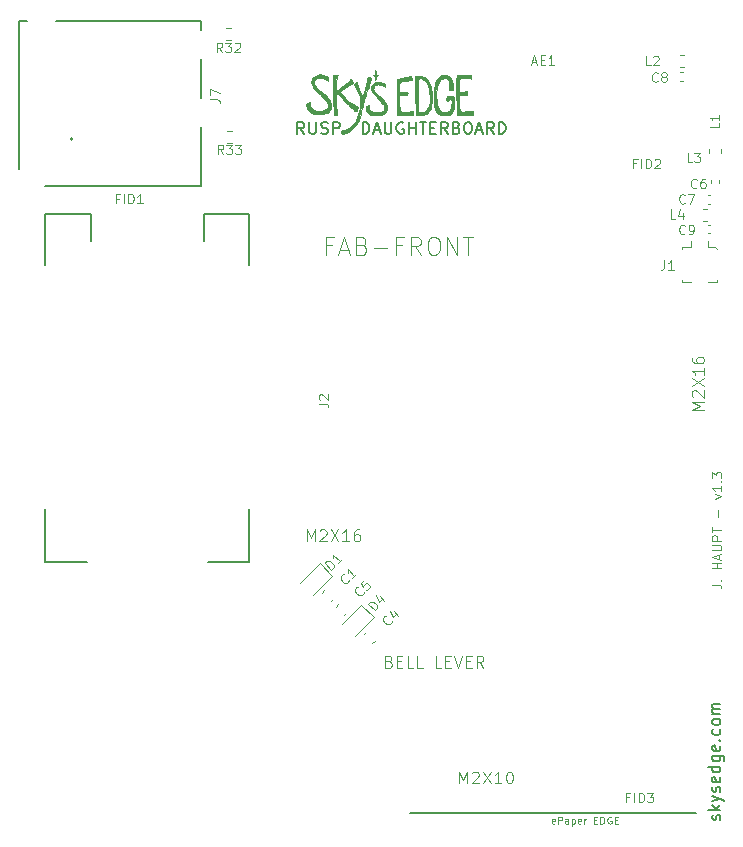
<source format=gbr>
G04 #@! TF.GenerationSoftware,KiCad,Pcbnew,8.0.8+dfsg-1*
G04 #@! TF.CreationDate,2025-03-16T16:51:26-04:00*
G04 #@! TF.ProjectId,RUST_Daughterboard,52555354-5f44-4617-9567-68746572626f,rev?*
G04 #@! TF.SameCoordinates,Original*
G04 #@! TF.FileFunction,Legend,Top*
G04 #@! TF.FilePolarity,Positive*
%FSLAX46Y46*%
G04 Gerber Fmt 4.6, Leading zero omitted, Abs format (unit mm)*
G04 Created by KiCad (PCBNEW 8.0.8+dfsg-1) date 2025-03-16 16:51:26*
%MOMM*%
%LPD*%
G01*
G04 APERTURE LIST*
%ADD10C,0.150000*%
%ADD11C,0.120000*%
%ADD12C,0.200000*%
%ADD13C,0.010000*%
G04 APERTURE END LIST*
D10*
X176200000Y-137000000D02*
X152000000Y-137000000D01*
X143035713Y-79454819D02*
X142702380Y-78978628D01*
X142464285Y-79454819D02*
X142464285Y-78454819D01*
X142464285Y-78454819D02*
X142845237Y-78454819D01*
X142845237Y-78454819D02*
X142940475Y-78502438D01*
X142940475Y-78502438D02*
X142988094Y-78550057D01*
X142988094Y-78550057D02*
X143035713Y-78645295D01*
X143035713Y-78645295D02*
X143035713Y-78788152D01*
X143035713Y-78788152D02*
X142988094Y-78883390D01*
X142988094Y-78883390D02*
X142940475Y-78931009D01*
X142940475Y-78931009D02*
X142845237Y-78978628D01*
X142845237Y-78978628D02*
X142464285Y-78978628D01*
X143464285Y-78454819D02*
X143464285Y-79264342D01*
X143464285Y-79264342D02*
X143511904Y-79359580D01*
X143511904Y-79359580D02*
X143559523Y-79407200D01*
X143559523Y-79407200D02*
X143654761Y-79454819D01*
X143654761Y-79454819D02*
X143845237Y-79454819D01*
X143845237Y-79454819D02*
X143940475Y-79407200D01*
X143940475Y-79407200D02*
X143988094Y-79359580D01*
X143988094Y-79359580D02*
X144035713Y-79264342D01*
X144035713Y-79264342D02*
X144035713Y-78454819D01*
X144464285Y-79407200D02*
X144607142Y-79454819D01*
X144607142Y-79454819D02*
X144845237Y-79454819D01*
X144845237Y-79454819D02*
X144940475Y-79407200D01*
X144940475Y-79407200D02*
X144988094Y-79359580D01*
X144988094Y-79359580D02*
X145035713Y-79264342D01*
X145035713Y-79264342D02*
X145035713Y-79169104D01*
X145035713Y-79169104D02*
X144988094Y-79073866D01*
X144988094Y-79073866D02*
X144940475Y-79026247D01*
X144940475Y-79026247D02*
X144845237Y-78978628D01*
X144845237Y-78978628D02*
X144654761Y-78931009D01*
X144654761Y-78931009D02*
X144559523Y-78883390D01*
X144559523Y-78883390D02*
X144511904Y-78835771D01*
X144511904Y-78835771D02*
X144464285Y-78740533D01*
X144464285Y-78740533D02*
X144464285Y-78645295D01*
X144464285Y-78645295D02*
X144511904Y-78550057D01*
X144511904Y-78550057D02*
X144559523Y-78502438D01*
X144559523Y-78502438D02*
X144654761Y-78454819D01*
X144654761Y-78454819D02*
X144892856Y-78454819D01*
X144892856Y-78454819D02*
X145035713Y-78502438D01*
X145464285Y-79454819D02*
X145464285Y-78454819D01*
X145464285Y-78454819D02*
X145845237Y-78454819D01*
X145845237Y-78454819D02*
X145940475Y-78502438D01*
X145940475Y-78502438D02*
X145988094Y-78550057D01*
X145988094Y-78550057D02*
X146035713Y-78645295D01*
X146035713Y-78645295D02*
X146035713Y-78788152D01*
X146035713Y-78788152D02*
X145988094Y-78883390D01*
X145988094Y-78883390D02*
X145940475Y-78931009D01*
X145940475Y-78931009D02*
X145845237Y-78978628D01*
X145845237Y-78978628D02*
X145464285Y-78978628D01*
X147988095Y-79454819D02*
X147988095Y-78454819D01*
X147988095Y-78454819D02*
X148226190Y-78454819D01*
X148226190Y-78454819D02*
X148369047Y-78502438D01*
X148369047Y-78502438D02*
X148464285Y-78597676D01*
X148464285Y-78597676D02*
X148511904Y-78692914D01*
X148511904Y-78692914D02*
X148559523Y-78883390D01*
X148559523Y-78883390D02*
X148559523Y-79026247D01*
X148559523Y-79026247D02*
X148511904Y-79216723D01*
X148511904Y-79216723D02*
X148464285Y-79311961D01*
X148464285Y-79311961D02*
X148369047Y-79407200D01*
X148369047Y-79407200D02*
X148226190Y-79454819D01*
X148226190Y-79454819D02*
X147988095Y-79454819D01*
X148940476Y-79169104D02*
X149416666Y-79169104D01*
X148845238Y-79454819D02*
X149178571Y-78454819D01*
X149178571Y-78454819D02*
X149511904Y-79454819D01*
X149845238Y-78454819D02*
X149845238Y-79264342D01*
X149845238Y-79264342D02*
X149892857Y-79359580D01*
X149892857Y-79359580D02*
X149940476Y-79407200D01*
X149940476Y-79407200D02*
X150035714Y-79454819D01*
X150035714Y-79454819D02*
X150226190Y-79454819D01*
X150226190Y-79454819D02*
X150321428Y-79407200D01*
X150321428Y-79407200D02*
X150369047Y-79359580D01*
X150369047Y-79359580D02*
X150416666Y-79264342D01*
X150416666Y-79264342D02*
X150416666Y-78454819D01*
X151416666Y-78502438D02*
X151321428Y-78454819D01*
X151321428Y-78454819D02*
X151178571Y-78454819D01*
X151178571Y-78454819D02*
X151035714Y-78502438D01*
X151035714Y-78502438D02*
X150940476Y-78597676D01*
X150940476Y-78597676D02*
X150892857Y-78692914D01*
X150892857Y-78692914D02*
X150845238Y-78883390D01*
X150845238Y-78883390D02*
X150845238Y-79026247D01*
X150845238Y-79026247D02*
X150892857Y-79216723D01*
X150892857Y-79216723D02*
X150940476Y-79311961D01*
X150940476Y-79311961D02*
X151035714Y-79407200D01*
X151035714Y-79407200D02*
X151178571Y-79454819D01*
X151178571Y-79454819D02*
X151273809Y-79454819D01*
X151273809Y-79454819D02*
X151416666Y-79407200D01*
X151416666Y-79407200D02*
X151464285Y-79359580D01*
X151464285Y-79359580D02*
X151464285Y-79026247D01*
X151464285Y-79026247D02*
X151273809Y-79026247D01*
X151892857Y-79454819D02*
X151892857Y-78454819D01*
X151892857Y-78931009D02*
X152464285Y-78931009D01*
X152464285Y-79454819D02*
X152464285Y-78454819D01*
X152797619Y-78454819D02*
X153369047Y-78454819D01*
X153083333Y-79454819D02*
X153083333Y-78454819D01*
X153702381Y-78931009D02*
X154035714Y-78931009D01*
X154178571Y-79454819D02*
X153702381Y-79454819D01*
X153702381Y-79454819D02*
X153702381Y-78454819D01*
X153702381Y-78454819D02*
X154178571Y-78454819D01*
X155178571Y-79454819D02*
X154845238Y-78978628D01*
X154607143Y-79454819D02*
X154607143Y-78454819D01*
X154607143Y-78454819D02*
X154988095Y-78454819D01*
X154988095Y-78454819D02*
X155083333Y-78502438D01*
X155083333Y-78502438D02*
X155130952Y-78550057D01*
X155130952Y-78550057D02*
X155178571Y-78645295D01*
X155178571Y-78645295D02*
X155178571Y-78788152D01*
X155178571Y-78788152D02*
X155130952Y-78883390D01*
X155130952Y-78883390D02*
X155083333Y-78931009D01*
X155083333Y-78931009D02*
X154988095Y-78978628D01*
X154988095Y-78978628D02*
X154607143Y-78978628D01*
X155940476Y-78931009D02*
X156083333Y-78978628D01*
X156083333Y-78978628D02*
X156130952Y-79026247D01*
X156130952Y-79026247D02*
X156178571Y-79121485D01*
X156178571Y-79121485D02*
X156178571Y-79264342D01*
X156178571Y-79264342D02*
X156130952Y-79359580D01*
X156130952Y-79359580D02*
X156083333Y-79407200D01*
X156083333Y-79407200D02*
X155988095Y-79454819D01*
X155988095Y-79454819D02*
X155607143Y-79454819D01*
X155607143Y-79454819D02*
X155607143Y-78454819D01*
X155607143Y-78454819D02*
X155940476Y-78454819D01*
X155940476Y-78454819D02*
X156035714Y-78502438D01*
X156035714Y-78502438D02*
X156083333Y-78550057D01*
X156083333Y-78550057D02*
X156130952Y-78645295D01*
X156130952Y-78645295D02*
X156130952Y-78740533D01*
X156130952Y-78740533D02*
X156083333Y-78835771D01*
X156083333Y-78835771D02*
X156035714Y-78883390D01*
X156035714Y-78883390D02*
X155940476Y-78931009D01*
X155940476Y-78931009D02*
X155607143Y-78931009D01*
X156797619Y-78454819D02*
X156988095Y-78454819D01*
X156988095Y-78454819D02*
X157083333Y-78502438D01*
X157083333Y-78502438D02*
X157178571Y-78597676D01*
X157178571Y-78597676D02*
X157226190Y-78788152D01*
X157226190Y-78788152D02*
X157226190Y-79121485D01*
X157226190Y-79121485D02*
X157178571Y-79311961D01*
X157178571Y-79311961D02*
X157083333Y-79407200D01*
X157083333Y-79407200D02*
X156988095Y-79454819D01*
X156988095Y-79454819D02*
X156797619Y-79454819D01*
X156797619Y-79454819D02*
X156702381Y-79407200D01*
X156702381Y-79407200D02*
X156607143Y-79311961D01*
X156607143Y-79311961D02*
X156559524Y-79121485D01*
X156559524Y-79121485D02*
X156559524Y-78788152D01*
X156559524Y-78788152D02*
X156607143Y-78597676D01*
X156607143Y-78597676D02*
X156702381Y-78502438D01*
X156702381Y-78502438D02*
X156797619Y-78454819D01*
X157607143Y-79169104D02*
X158083333Y-79169104D01*
X157511905Y-79454819D02*
X157845238Y-78454819D01*
X157845238Y-78454819D02*
X158178571Y-79454819D01*
X159083333Y-79454819D02*
X158750000Y-78978628D01*
X158511905Y-79454819D02*
X158511905Y-78454819D01*
X158511905Y-78454819D02*
X158892857Y-78454819D01*
X158892857Y-78454819D02*
X158988095Y-78502438D01*
X158988095Y-78502438D02*
X159035714Y-78550057D01*
X159035714Y-78550057D02*
X159083333Y-78645295D01*
X159083333Y-78645295D02*
X159083333Y-78788152D01*
X159083333Y-78788152D02*
X159035714Y-78883390D01*
X159035714Y-78883390D02*
X158988095Y-78931009D01*
X158988095Y-78931009D02*
X158892857Y-78978628D01*
X158892857Y-78978628D02*
X158511905Y-78978628D01*
X159511905Y-79454819D02*
X159511905Y-78454819D01*
X159511905Y-78454819D02*
X159750000Y-78454819D01*
X159750000Y-78454819D02*
X159892857Y-78502438D01*
X159892857Y-78502438D02*
X159988095Y-78597676D01*
X159988095Y-78597676D02*
X160035714Y-78692914D01*
X160035714Y-78692914D02*
X160083333Y-78883390D01*
X160083333Y-78883390D02*
X160083333Y-79026247D01*
X160083333Y-79026247D02*
X160035714Y-79216723D01*
X160035714Y-79216723D02*
X159988095Y-79311961D01*
X159988095Y-79311961D02*
X159892857Y-79407200D01*
X159892857Y-79407200D02*
X159750000Y-79454819D01*
X159750000Y-79454819D02*
X159511905Y-79454819D01*
X178207200Y-137552380D02*
X178254819Y-137457142D01*
X178254819Y-137457142D02*
X178254819Y-137266666D01*
X178254819Y-137266666D02*
X178207200Y-137171428D01*
X178207200Y-137171428D02*
X178111961Y-137123809D01*
X178111961Y-137123809D02*
X178064342Y-137123809D01*
X178064342Y-137123809D02*
X177969104Y-137171428D01*
X177969104Y-137171428D02*
X177921485Y-137266666D01*
X177921485Y-137266666D02*
X177921485Y-137409523D01*
X177921485Y-137409523D02*
X177873866Y-137504761D01*
X177873866Y-137504761D02*
X177778628Y-137552380D01*
X177778628Y-137552380D02*
X177731009Y-137552380D01*
X177731009Y-137552380D02*
X177635771Y-137504761D01*
X177635771Y-137504761D02*
X177588152Y-137409523D01*
X177588152Y-137409523D02*
X177588152Y-137266666D01*
X177588152Y-137266666D02*
X177635771Y-137171428D01*
X178254819Y-136695237D02*
X177254819Y-136695237D01*
X177873866Y-136599999D02*
X178254819Y-136314285D01*
X177588152Y-136314285D02*
X177969104Y-136695237D01*
X177588152Y-135980951D02*
X178254819Y-135742856D01*
X177588152Y-135504761D02*
X178254819Y-135742856D01*
X178254819Y-135742856D02*
X178492914Y-135838094D01*
X178492914Y-135838094D02*
X178540533Y-135885713D01*
X178540533Y-135885713D02*
X178588152Y-135980951D01*
X178207200Y-135171427D02*
X178254819Y-135076189D01*
X178254819Y-135076189D02*
X178254819Y-134885713D01*
X178254819Y-134885713D02*
X178207200Y-134790475D01*
X178207200Y-134790475D02*
X178111961Y-134742856D01*
X178111961Y-134742856D02*
X178064342Y-134742856D01*
X178064342Y-134742856D02*
X177969104Y-134790475D01*
X177969104Y-134790475D02*
X177921485Y-134885713D01*
X177921485Y-134885713D02*
X177921485Y-135028570D01*
X177921485Y-135028570D02*
X177873866Y-135123808D01*
X177873866Y-135123808D02*
X177778628Y-135171427D01*
X177778628Y-135171427D02*
X177731009Y-135171427D01*
X177731009Y-135171427D02*
X177635771Y-135123808D01*
X177635771Y-135123808D02*
X177588152Y-135028570D01*
X177588152Y-135028570D02*
X177588152Y-134885713D01*
X177588152Y-134885713D02*
X177635771Y-134790475D01*
X178207200Y-133933332D02*
X178254819Y-134028570D01*
X178254819Y-134028570D02*
X178254819Y-134219046D01*
X178254819Y-134219046D02*
X178207200Y-134314284D01*
X178207200Y-134314284D02*
X178111961Y-134361903D01*
X178111961Y-134361903D02*
X177731009Y-134361903D01*
X177731009Y-134361903D02*
X177635771Y-134314284D01*
X177635771Y-134314284D02*
X177588152Y-134219046D01*
X177588152Y-134219046D02*
X177588152Y-134028570D01*
X177588152Y-134028570D02*
X177635771Y-133933332D01*
X177635771Y-133933332D02*
X177731009Y-133885713D01*
X177731009Y-133885713D02*
X177826247Y-133885713D01*
X177826247Y-133885713D02*
X177921485Y-134361903D01*
X178254819Y-133028570D02*
X177254819Y-133028570D01*
X178207200Y-133028570D02*
X178254819Y-133123808D01*
X178254819Y-133123808D02*
X178254819Y-133314284D01*
X178254819Y-133314284D02*
X178207200Y-133409522D01*
X178207200Y-133409522D02*
X178159580Y-133457141D01*
X178159580Y-133457141D02*
X178064342Y-133504760D01*
X178064342Y-133504760D02*
X177778628Y-133504760D01*
X177778628Y-133504760D02*
X177683390Y-133457141D01*
X177683390Y-133457141D02*
X177635771Y-133409522D01*
X177635771Y-133409522D02*
X177588152Y-133314284D01*
X177588152Y-133314284D02*
X177588152Y-133123808D01*
X177588152Y-133123808D02*
X177635771Y-133028570D01*
X177588152Y-132123808D02*
X178397676Y-132123808D01*
X178397676Y-132123808D02*
X178492914Y-132171427D01*
X178492914Y-132171427D02*
X178540533Y-132219046D01*
X178540533Y-132219046D02*
X178588152Y-132314284D01*
X178588152Y-132314284D02*
X178588152Y-132457141D01*
X178588152Y-132457141D02*
X178540533Y-132552379D01*
X178207200Y-132123808D02*
X178254819Y-132219046D01*
X178254819Y-132219046D02*
X178254819Y-132409522D01*
X178254819Y-132409522D02*
X178207200Y-132504760D01*
X178207200Y-132504760D02*
X178159580Y-132552379D01*
X178159580Y-132552379D02*
X178064342Y-132599998D01*
X178064342Y-132599998D02*
X177778628Y-132599998D01*
X177778628Y-132599998D02*
X177683390Y-132552379D01*
X177683390Y-132552379D02*
X177635771Y-132504760D01*
X177635771Y-132504760D02*
X177588152Y-132409522D01*
X177588152Y-132409522D02*
X177588152Y-132219046D01*
X177588152Y-132219046D02*
X177635771Y-132123808D01*
X178207200Y-131266665D02*
X178254819Y-131361903D01*
X178254819Y-131361903D02*
X178254819Y-131552379D01*
X178254819Y-131552379D02*
X178207200Y-131647617D01*
X178207200Y-131647617D02*
X178111961Y-131695236D01*
X178111961Y-131695236D02*
X177731009Y-131695236D01*
X177731009Y-131695236D02*
X177635771Y-131647617D01*
X177635771Y-131647617D02*
X177588152Y-131552379D01*
X177588152Y-131552379D02*
X177588152Y-131361903D01*
X177588152Y-131361903D02*
X177635771Y-131266665D01*
X177635771Y-131266665D02*
X177731009Y-131219046D01*
X177731009Y-131219046D02*
X177826247Y-131219046D01*
X177826247Y-131219046D02*
X177921485Y-131695236D01*
X178159580Y-130790474D02*
X178207200Y-130742855D01*
X178207200Y-130742855D02*
X178254819Y-130790474D01*
X178254819Y-130790474D02*
X178207200Y-130838093D01*
X178207200Y-130838093D02*
X178159580Y-130790474D01*
X178159580Y-130790474D02*
X178254819Y-130790474D01*
X178207200Y-129885713D02*
X178254819Y-129980951D01*
X178254819Y-129980951D02*
X178254819Y-130171427D01*
X178254819Y-130171427D02*
X178207200Y-130266665D01*
X178207200Y-130266665D02*
X178159580Y-130314284D01*
X178159580Y-130314284D02*
X178064342Y-130361903D01*
X178064342Y-130361903D02*
X177778628Y-130361903D01*
X177778628Y-130361903D02*
X177683390Y-130314284D01*
X177683390Y-130314284D02*
X177635771Y-130266665D01*
X177635771Y-130266665D02*
X177588152Y-130171427D01*
X177588152Y-130171427D02*
X177588152Y-129980951D01*
X177588152Y-129980951D02*
X177635771Y-129885713D01*
X178254819Y-129314284D02*
X178207200Y-129409522D01*
X178207200Y-129409522D02*
X178159580Y-129457141D01*
X178159580Y-129457141D02*
X178064342Y-129504760D01*
X178064342Y-129504760D02*
X177778628Y-129504760D01*
X177778628Y-129504760D02*
X177683390Y-129457141D01*
X177683390Y-129457141D02*
X177635771Y-129409522D01*
X177635771Y-129409522D02*
X177588152Y-129314284D01*
X177588152Y-129314284D02*
X177588152Y-129171427D01*
X177588152Y-129171427D02*
X177635771Y-129076189D01*
X177635771Y-129076189D02*
X177683390Y-129028570D01*
X177683390Y-129028570D02*
X177778628Y-128980951D01*
X177778628Y-128980951D02*
X178064342Y-128980951D01*
X178064342Y-128980951D02*
X178159580Y-129028570D01*
X178159580Y-129028570D02*
X178207200Y-129076189D01*
X178207200Y-129076189D02*
X178254819Y-129171427D01*
X178254819Y-129171427D02*
X178254819Y-129314284D01*
X178254819Y-128552379D02*
X177588152Y-128552379D01*
X177683390Y-128552379D02*
X177635771Y-128504760D01*
X177635771Y-128504760D02*
X177588152Y-128409522D01*
X177588152Y-128409522D02*
X177588152Y-128266665D01*
X177588152Y-128266665D02*
X177635771Y-128171427D01*
X177635771Y-128171427D02*
X177731009Y-128123808D01*
X177731009Y-128123808D02*
X178254819Y-128123808D01*
X177731009Y-128123808D02*
X177635771Y-128076189D01*
X177635771Y-128076189D02*
X177588152Y-127980951D01*
X177588152Y-127980951D02*
X177588152Y-127838094D01*
X177588152Y-127838094D02*
X177635771Y-127742855D01*
X177635771Y-127742855D02*
X177731009Y-127695236D01*
X177731009Y-127695236D02*
X178254819Y-127695236D01*
D11*
X143261905Y-113956379D02*
X143261905Y-112956379D01*
X143261905Y-112956379D02*
X143595238Y-113670664D01*
X143595238Y-113670664D02*
X143928571Y-112956379D01*
X143928571Y-112956379D02*
X143928571Y-113956379D01*
X144357143Y-113051617D02*
X144404762Y-113003998D01*
X144404762Y-113003998D02*
X144500000Y-112956379D01*
X144500000Y-112956379D02*
X144738095Y-112956379D01*
X144738095Y-112956379D02*
X144833333Y-113003998D01*
X144833333Y-113003998D02*
X144880952Y-113051617D01*
X144880952Y-113051617D02*
X144928571Y-113146855D01*
X144928571Y-113146855D02*
X144928571Y-113242093D01*
X144928571Y-113242093D02*
X144880952Y-113384950D01*
X144880952Y-113384950D02*
X144309524Y-113956379D01*
X144309524Y-113956379D02*
X144928571Y-113956379D01*
X145261905Y-112956379D02*
X145928571Y-113956379D01*
X145928571Y-112956379D02*
X145261905Y-113956379D01*
X146833333Y-113956379D02*
X146261905Y-113956379D01*
X146547619Y-113956379D02*
X146547619Y-112956379D01*
X146547619Y-112956379D02*
X146452381Y-113099236D01*
X146452381Y-113099236D02*
X146357143Y-113194474D01*
X146357143Y-113194474D02*
X146261905Y-113242093D01*
X147690476Y-112956379D02*
X147500000Y-112956379D01*
X147500000Y-112956379D02*
X147404762Y-113003998D01*
X147404762Y-113003998D02*
X147357143Y-113051617D01*
X147357143Y-113051617D02*
X147261905Y-113194474D01*
X147261905Y-113194474D02*
X147214286Y-113384950D01*
X147214286Y-113384950D02*
X147214286Y-113765902D01*
X147214286Y-113765902D02*
X147261905Y-113861140D01*
X147261905Y-113861140D02*
X147309524Y-113908760D01*
X147309524Y-113908760D02*
X147404762Y-113956379D01*
X147404762Y-113956379D02*
X147595238Y-113956379D01*
X147595238Y-113956379D02*
X147690476Y-113908760D01*
X147690476Y-113908760D02*
X147738095Y-113861140D01*
X147738095Y-113861140D02*
X147785714Y-113765902D01*
X147785714Y-113765902D02*
X147785714Y-113527807D01*
X147785714Y-113527807D02*
X147738095Y-113432569D01*
X147738095Y-113432569D02*
X147690476Y-113384950D01*
X147690476Y-113384950D02*
X147595238Y-113337331D01*
X147595238Y-113337331D02*
X147404762Y-113337331D01*
X147404762Y-113337331D02*
X147309524Y-113384950D01*
X147309524Y-113384950D02*
X147261905Y-113432569D01*
X147261905Y-113432569D02*
X147214286Y-113527807D01*
X156161905Y-134456379D02*
X156161905Y-133456379D01*
X156161905Y-133456379D02*
X156495238Y-134170664D01*
X156495238Y-134170664D02*
X156828571Y-133456379D01*
X156828571Y-133456379D02*
X156828571Y-134456379D01*
X157257143Y-133551617D02*
X157304762Y-133503998D01*
X157304762Y-133503998D02*
X157400000Y-133456379D01*
X157400000Y-133456379D02*
X157638095Y-133456379D01*
X157638095Y-133456379D02*
X157733333Y-133503998D01*
X157733333Y-133503998D02*
X157780952Y-133551617D01*
X157780952Y-133551617D02*
X157828571Y-133646855D01*
X157828571Y-133646855D02*
X157828571Y-133742093D01*
X157828571Y-133742093D02*
X157780952Y-133884950D01*
X157780952Y-133884950D02*
X157209524Y-134456379D01*
X157209524Y-134456379D02*
X157828571Y-134456379D01*
X158161905Y-133456379D02*
X158828571Y-134456379D01*
X158828571Y-133456379D02*
X158161905Y-134456379D01*
X159733333Y-134456379D02*
X159161905Y-134456379D01*
X159447619Y-134456379D02*
X159447619Y-133456379D01*
X159447619Y-133456379D02*
X159352381Y-133599236D01*
X159352381Y-133599236D02*
X159257143Y-133694474D01*
X159257143Y-133694474D02*
X159161905Y-133742093D01*
X160352381Y-133456379D02*
X160447619Y-133456379D01*
X160447619Y-133456379D02*
X160542857Y-133503998D01*
X160542857Y-133503998D02*
X160590476Y-133551617D01*
X160590476Y-133551617D02*
X160638095Y-133646855D01*
X160638095Y-133646855D02*
X160685714Y-133837331D01*
X160685714Y-133837331D02*
X160685714Y-134075426D01*
X160685714Y-134075426D02*
X160638095Y-134265902D01*
X160638095Y-134265902D02*
X160590476Y-134361140D01*
X160590476Y-134361140D02*
X160542857Y-134408760D01*
X160542857Y-134408760D02*
X160447619Y-134456379D01*
X160447619Y-134456379D02*
X160352381Y-134456379D01*
X160352381Y-134456379D02*
X160257143Y-134408760D01*
X160257143Y-134408760D02*
X160209524Y-134361140D01*
X160209524Y-134361140D02*
X160161905Y-134265902D01*
X160161905Y-134265902D02*
X160114286Y-134075426D01*
X160114286Y-134075426D02*
X160114286Y-133837331D01*
X160114286Y-133837331D02*
X160161905Y-133646855D01*
X160161905Y-133646855D02*
X160209524Y-133551617D01*
X160209524Y-133551617D02*
X160257143Y-133503998D01*
X160257143Y-133503998D02*
X160352381Y-133456379D01*
X177563855Y-117628571D02*
X178135283Y-117628571D01*
X178135283Y-117628571D02*
X178249569Y-117666666D01*
X178249569Y-117666666D02*
X178325760Y-117742857D01*
X178325760Y-117742857D02*
X178363855Y-117857142D01*
X178363855Y-117857142D02*
X178363855Y-117933333D01*
X178287664Y-117247618D02*
X178325760Y-117209523D01*
X178325760Y-117209523D02*
X178363855Y-117247618D01*
X178363855Y-117247618D02*
X178325760Y-117285714D01*
X178325760Y-117285714D02*
X178287664Y-117247618D01*
X178287664Y-117247618D02*
X178363855Y-117247618D01*
X178363855Y-116257142D02*
X177563855Y-116257142D01*
X177944807Y-116257142D02*
X177944807Y-115799999D01*
X178363855Y-115799999D02*
X177563855Y-115799999D01*
X178135283Y-115457143D02*
X178135283Y-115076190D01*
X178363855Y-115533333D02*
X177563855Y-115266666D01*
X177563855Y-115266666D02*
X178363855Y-115000000D01*
X177563855Y-114733333D02*
X178211474Y-114733333D01*
X178211474Y-114733333D02*
X178287664Y-114695238D01*
X178287664Y-114695238D02*
X178325760Y-114657143D01*
X178325760Y-114657143D02*
X178363855Y-114580952D01*
X178363855Y-114580952D02*
X178363855Y-114428571D01*
X178363855Y-114428571D02*
X178325760Y-114352381D01*
X178325760Y-114352381D02*
X178287664Y-114314286D01*
X178287664Y-114314286D02*
X178211474Y-114276190D01*
X178211474Y-114276190D02*
X177563855Y-114276190D01*
X178363855Y-113895238D02*
X177563855Y-113895238D01*
X177563855Y-113895238D02*
X177563855Y-113590476D01*
X177563855Y-113590476D02*
X177601950Y-113514286D01*
X177601950Y-113514286D02*
X177640045Y-113476191D01*
X177640045Y-113476191D02*
X177716236Y-113438095D01*
X177716236Y-113438095D02*
X177830521Y-113438095D01*
X177830521Y-113438095D02*
X177906712Y-113476191D01*
X177906712Y-113476191D02*
X177944807Y-113514286D01*
X177944807Y-113514286D02*
X177982902Y-113590476D01*
X177982902Y-113590476D02*
X177982902Y-113895238D01*
X177563855Y-113209524D02*
X177563855Y-112752381D01*
X178363855Y-112980953D02*
X177563855Y-112980953D01*
X178059093Y-111876190D02*
X178059093Y-111266667D01*
X177830521Y-110352381D02*
X178363855Y-110161905D01*
X178363855Y-110161905D02*
X177830521Y-109971428D01*
X178363855Y-109247619D02*
X178363855Y-109704762D01*
X178363855Y-109476190D02*
X177563855Y-109476190D01*
X177563855Y-109476190D02*
X177678140Y-109552381D01*
X177678140Y-109552381D02*
X177754331Y-109628571D01*
X177754331Y-109628571D02*
X177792426Y-109704762D01*
X178287664Y-108904761D02*
X178325760Y-108866666D01*
X178325760Y-108866666D02*
X178363855Y-108904761D01*
X178363855Y-108904761D02*
X178325760Y-108942857D01*
X178325760Y-108942857D02*
X178287664Y-108904761D01*
X178287664Y-108904761D02*
X178363855Y-108904761D01*
X177563855Y-108600000D02*
X177563855Y-108104762D01*
X177563855Y-108104762D02*
X177868617Y-108371428D01*
X177868617Y-108371428D02*
X177868617Y-108257143D01*
X177868617Y-108257143D02*
X177906712Y-108180952D01*
X177906712Y-108180952D02*
X177944807Y-108142857D01*
X177944807Y-108142857D02*
X178020998Y-108104762D01*
X178020998Y-108104762D02*
X178211474Y-108104762D01*
X178211474Y-108104762D02*
X178287664Y-108142857D01*
X178287664Y-108142857D02*
X178325760Y-108180952D01*
X178325760Y-108180952D02*
X178363855Y-108257143D01*
X178363855Y-108257143D02*
X178363855Y-108485714D01*
X178363855Y-108485714D02*
X178325760Y-108561905D01*
X178325760Y-108561905D02*
X178287664Y-108600000D01*
X164257142Y-137842760D02*
X164199999Y-137871331D01*
X164199999Y-137871331D02*
X164085714Y-137871331D01*
X164085714Y-137871331D02*
X164028571Y-137842760D01*
X164028571Y-137842760D02*
X163999999Y-137785617D01*
X163999999Y-137785617D02*
X163999999Y-137557045D01*
X163999999Y-137557045D02*
X164028571Y-137499902D01*
X164028571Y-137499902D02*
X164085714Y-137471331D01*
X164085714Y-137471331D02*
X164199999Y-137471331D01*
X164199999Y-137471331D02*
X164257142Y-137499902D01*
X164257142Y-137499902D02*
X164285714Y-137557045D01*
X164285714Y-137557045D02*
X164285714Y-137614188D01*
X164285714Y-137614188D02*
X163999999Y-137671331D01*
X164542857Y-137871331D02*
X164542857Y-137271331D01*
X164542857Y-137271331D02*
X164771428Y-137271331D01*
X164771428Y-137271331D02*
X164828571Y-137299902D01*
X164828571Y-137299902D02*
X164857142Y-137328474D01*
X164857142Y-137328474D02*
X164885714Y-137385617D01*
X164885714Y-137385617D02*
X164885714Y-137471331D01*
X164885714Y-137471331D02*
X164857142Y-137528474D01*
X164857142Y-137528474D02*
X164828571Y-137557045D01*
X164828571Y-137557045D02*
X164771428Y-137585617D01*
X164771428Y-137585617D02*
X164542857Y-137585617D01*
X165400000Y-137871331D02*
X165400000Y-137557045D01*
X165400000Y-137557045D02*
X165371428Y-137499902D01*
X165371428Y-137499902D02*
X165314285Y-137471331D01*
X165314285Y-137471331D02*
X165200000Y-137471331D01*
X165200000Y-137471331D02*
X165142857Y-137499902D01*
X165400000Y-137842760D02*
X165342857Y-137871331D01*
X165342857Y-137871331D02*
X165200000Y-137871331D01*
X165200000Y-137871331D02*
X165142857Y-137842760D01*
X165142857Y-137842760D02*
X165114285Y-137785617D01*
X165114285Y-137785617D02*
X165114285Y-137728474D01*
X165114285Y-137728474D02*
X165142857Y-137671331D01*
X165142857Y-137671331D02*
X165200000Y-137642760D01*
X165200000Y-137642760D02*
X165342857Y-137642760D01*
X165342857Y-137642760D02*
X165400000Y-137614188D01*
X165685714Y-137471331D02*
X165685714Y-138071331D01*
X165685714Y-137499902D02*
X165742857Y-137471331D01*
X165742857Y-137471331D02*
X165857142Y-137471331D01*
X165857142Y-137471331D02*
X165914285Y-137499902D01*
X165914285Y-137499902D02*
X165942857Y-137528474D01*
X165942857Y-137528474D02*
X165971428Y-137585617D01*
X165971428Y-137585617D02*
X165971428Y-137757045D01*
X165971428Y-137757045D02*
X165942857Y-137814188D01*
X165942857Y-137814188D02*
X165914285Y-137842760D01*
X165914285Y-137842760D02*
X165857142Y-137871331D01*
X165857142Y-137871331D02*
X165742857Y-137871331D01*
X165742857Y-137871331D02*
X165685714Y-137842760D01*
X166457142Y-137842760D02*
X166399999Y-137871331D01*
X166399999Y-137871331D02*
X166285714Y-137871331D01*
X166285714Y-137871331D02*
X166228571Y-137842760D01*
X166228571Y-137842760D02*
X166199999Y-137785617D01*
X166199999Y-137785617D02*
X166199999Y-137557045D01*
X166199999Y-137557045D02*
X166228571Y-137499902D01*
X166228571Y-137499902D02*
X166285714Y-137471331D01*
X166285714Y-137471331D02*
X166399999Y-137471331D01*
X166399999Y-137471331D02*
X166457142Y-137499902D01*
X166457142Y-137499902D02*
X166485714Y-137557045D01*
X166485714Y-137557045D02*
X166485714Y-137614188D01*
X166485714Y-137614188D02*
X166199999Y-137671331D01*
X166742857Y-137871331D02*
X166742857Y-137471331D01*
X166742857Y-137585617D02*
X166771428Y-137528474D01*
X166771428Y-137528474D02*
X166800000Y-137499902D01*
X166800000Y-137499902D02*
X166857142Y-137471331D01*
X166857142Y-137471331D02*
X166914285Y-137471331D01*
X167571429Y-137557045D02*
X167771429Y-137557045D01*
X167857143Y-137871331D02*
X167571429Y-137871331D01*
X167571429Y-137871331D02*
X167571429Y-137271331D01*
X167571429Y-137271331D02*
X167857143Y-137271331D01*
X168114286Y-137871331D02*
X168114286Y-137271331D01*
X168114286Y-137271331D02*
X168257143Y-137271331D01*
X168257143Y-137271331D02*
X168342857Y-137299902D01*
X168342857Y-137299902D02*
X168400000Y-137357045D01*
X168400000Y-137357045D02*
X168428571Y-137414188D01*
X168428571Y-137414188D02*
X168457143Y-137528474D01*
X168457143Y-137528474D02*
X168457143Y-137614188D01*
X168457143Y-137614188D02*
X168428571Y-137728474D01*
X168428571Y-137728474D02*
X168400000Y-137785617D01*
X168400000Y-137785617D02*
X168342857Y-137842760D01*
X168342857Y-137842760D02*
X168257143Y-137871331D01*
X168257143Y-137871331D02*
X168114286Y-137871331D01*
X169028571Y-137299902D02*
X168971429Y-137271331D01*
X168971429Y-137271331D02*
X168885714Y-137271331D01*
X168885714Y-137271331D02*
X168800000Y-137299902D01*
X168800000Y-137299902D02*
X168742857Y-137357045D01*
X168742857Y-137357045D02*
X168714286Y-137414188D01*
X168714286Y-137414188D02*
X168685714Y-137528474D01*
X168685714Y-137528474D02*
X168685714Y-137614188D01*
X168685714Y-137614188D02*
X168714286Y-137728474D01*
X168714286Y-137728474D02*
X168742857Y-137785617D01*
X168742857Y-137785617D02*
X168800000Y-137842760D01*
X168800000Y-137842760D02*
X168885714Y-137871331D01*
X168885714Y-137871331D02*
X168942857Y-137871331D01*
X168942857Y-137871331D02*
X169028571Y-137842760D01*
X169028571Y-137842760D02*
X169057143Y-137814188D01*
X169057143Y-137814188D02*
X169057143Y-137614188D01*
X169057143Y-137614188D02*
X168942857Y-137614188D01*
X169314286Y-137557045D02*
X169514286Y-137557045D01*
X169600000Y-137871331D02*
X169314286Y-137871331D01*
X169314286Y-137871331D02*
X169314286Y-137271331D01*
X169314286Y-137271331D02*
X169600000Y-137271331D01*
X145357142Y-88901974D02*
X144857142Y-88901974D01*
X144857142Y-89687688D02*
X144857142Y-88187688D01*
X144857142Y-88187688D02*
X145571428Y-88187688D01*
X146071428Y-89259117D02*
X146785714Y-89259117D01*
X145928571Y-89687688D02*
X146428571Y-88187688D01*
X146428571Y-88187688D02*
X146928571Y-89687688D01*
X147928570Y-88901974D02*
X148142856Y-88973402D01*
X148142856Y-88973402D02*
X148214285Y-89044831D01*
X148214285Y-89044831D02*
X148285713Y-89187688D01*
X148285713Y-89187688D02*
X148285713Y-89401974D01*
X148285713Y-89401974D02*
X148214285Y-89544831D01*
X148214285Y-89544831D02*
X148142856Y-89616260D01*
X148142856Y-89616260D02*
X147999999Y-89687688D01*
X147999999Y-89687688D02*
X147428570Y-89687688D01*
X147428570Y-89687688D02*
X147428570Y-88187688D01*
X147428570Y-88187688D02*
X147928570Y-88187688D01*
X147928570Y-88187688D02*
X148071428Y-88259117D01*
X148071428Y-88259117D02*
X148142856Y-88330545D01*
X148142856Y-88330545D02*
X148214285Y-88473402D01*
X148214285Y-88473402D02*
X148214285Y-88616260D01*
X148214285Y-88616260D02*
X148142856Y-88759117D01*
X148142856Y-88759117D02*
X148071428Y-88830545D01*
X148071428Y-88830545D02*
X147928570Y-88901974D01*
X147928570Y-88901974D02*
X147428570Y-88901974D01*
X148928570Y-89116260D02*
X150071428Y-89116260D01*
X151285713Y-88901974D02*
X150785713Y-88901974D01*
X150785713Y-89687688D02*
X150785713Y-88187688D01*
X150785713Y-88187688D02*
X151499999Y-88187688D01*
X152928570Y-89687688D02*
X152428570Y-88973402D01*
X152071427Y-89687688D02*
X152071427Y-88187688D01*
X152071427Y-88187688D02*
X152642856Y-88187688D01*
X152642856Y-88187688D02*
X152785713Y-88259117D01*
X152785713Y-88259117D02*
X152857142Y-88330545D01*
X152857142Y-88330545D02*
X152928570Y-88473402D01*
X152928570Y-88473402D02*
X152928570Y-88687688D01*
X152928570Y-88687688D02*
X152857142Y-88830545D01*
X152857142Y-88830545D02*
X152785713Y-88901974D01*
X152785713Y-88901974D02*
X152642856Y-88973402D01*
X152642856Y-88973402D02*
X152071427Y-88973402D01*
X153857142Y-88187688D02*
X154142856Y-88187688D01*
X154142856Y-88187688D02*
X154285713Y-88259117D01*
X154285713Y-88259117D02*
X154428570Y-88401974D01*
X154428570Y-88401974D02*
X154499999Y-88687688D01*
X154499999Y-88687688D02*
X154499999Y-89187688D01*
X154499999Y-89187688D02*
X154428570Y-89473402D01*
X154428570Y-89473402D02*
X154285713Y-89616260D01*
X154285713Y-89616260D02*
X154142856Y-89687688D01*
X154142856Y-89687688D02*
X153857142Y-89687688D01*
X153857142Y-89687688D02*
X153714285Y-89616260D01*
X153714285Y-89616260D02*
X153571427Y-89473402D01*
X153571427Y-89473402D02*
X153499999Y-89187688D01*
X153499999Y-89187688D02*
X153499999Y-88687688D01*
X153499999Y-88687688D02*
X153571427Y-88401974D01*
X153571427Y-88401974D02*
X153714285Y-88259117D01*
X153714285Y-88259117D02*
X153857142Y-88187688D01*
X155142856Y-89687688D02*
X155142856Y-88187688D01*
X155142856Y-88187688D02*
X155999999Y-89687688D01*
X155999999Y-89687688D02*
X155999999Y-88187688D01*
X156500000Y-88187688D02*
X157357143Y-88187688D01*
X156928571Y-89687688D02*
X156928571Y-88187688D01*
X176856379Y-102838094D02*
X175856379Y-102838094D01*
X175856379Y-102838094D02*
X176570664Y-102504761D01*
X176570664Y-102504761D02*
X175856379Y-102171428D01*
X175856379Y-102171428D02*
X176856379Y-102171428D01*
X175951617Y-101742856D02*
X175903998Y-101695237D01*
X175903998Y-101695237D02*
X175856379Y-101599999D01*
X175856379Y-101599999D02*
X175856379Y-101361904D01*
X175856379Y-101361904D02*
X175903998Y-101266666D01*
X175903998Y-101266666D02*
X175951617Y-101219047D01*
X175951617Y-101219047D02*
X176046855Y-101171428D01*
X176046855Y-101171428D02*
X176142093Y-101171428D01*
X176142093Y-101171428D02*
X176284950Y-101219047D01*
X176284950Y-101219047D02*
X176856379Y-101790475D01*
X176856379Y-101790475D02*
X176856379Y-101171428D01*
X175856379Y-100838094D02*
X176856379Y-100171428D01*
X175856379Y-100171428D02*
X176856379Y-100838094D01*
X176856379Y-99266666D02*
X176856379Y-99838094D01*
X176856379Y-99552380D02*
X175856379Y-99552380D01*
X175856379Y-99552380D02*
X175999236Y-99647618D01*
X175999236Y-99647618D02*
X176094474Y-99742856D01*
X176094474Y-99742856D02*
X176142093Y-99838094D01*
X175856379Y-98409523D02*
X175856379Y-98599999D01*
X175856379Y-98599999D02*
X175903998Y-98695237D01*
X175903998Y-98695237D02*
X175951617Y-98742856D01*
X175951617Y-98742856D02*
X176094474Y-98838094D01*
X176094474Y-98838094D02*
X176284950Y-98885713D01*
X176284950Y-98885713D02*
X176665902Y-98885713D01*
X176665902Y-98885713D02*
X176761140Y-98838094D01*
X176761140Y-98838094D02*
X176808760Y-98790475D01*
X176808760Y-98790475D02*
X176856379Y-98695237D01*
X176856379Y-98695237D02*
X176856379Y-98504761D01*
X176856379Y-98504761D02*
X176808760Y-98409523D01*
X176808760Y-98409523D02*
X176761140Y-98361904D01*
X176761140Y-98361904D02*
X176665902Y-98314285D01*
X176665902Y-98314285D02*
X176427807Y-98314285D01*
X176427807Y-98314285D02*
X176332569Y-98361904D01*
X176332569Y-98361904D02*
X176284950Y-98409523D01*
X176284950Y-98409523D02*
X176237331Y-98504761D01*
X176237331Y-98504761D02*
X176237331Y-98695237D01*
X176237331Y-98695237D02*
X176284950Y-98790475D01*
X176284950Y-98790475D02*
X176332569Y-98838094D01*
X176332569Y-98838094D02*
X176427807Y-98885713D01*
X150209523Y-124132569D02*
X150352380Y-124180188D01*
X150352380Y-124180188D02*
X150399999Y-124227807D01*
X150399999Y-124227807D02*
X150447618Y-124323045D01*
X150447618Y-124323045D02*
X150447618Y-124465902D01*
X150447618Y-124465902D02*
X150399999Y-124561140D01*
X150399999Y-124561140D02*
X150352380Y-124608760D01*
X150352380Y-124608760D02*
X150257142Y-124656379D01*
X150257142Y-124656379D02*
X149876190Y-124656379D01*
X149876190Y-124656379D02*
X149876190Y-123656379D01*
X149876190Y-123656379D02*
X150209523Y-123656379D01*
X150209523Y-123656379D02*
X150304761Y-123703998D01*
X150304761Y-123703998D02*
X150352380Y-123751617D01*
X150352380Y-123751617D02*
X150399999Y-123846855D01*
X150399999Y-123846855D02*
X150399999Y-123942093D01*
X150399999Y-123942093D02*
X150352380Y-124037331D01*
X150352380Y-124037331D02*
X150304761Y-124084950D01*
X150304761Y-124084950D02*
X150209523Y-124132569D01*
X150209523Y-124132569D02*
X149876190Y-124132569D01*
X150876190Y-124132569D02*
X151209523Y-124132569D01*
X151352380Y-124656379D02*
X150876190Y-124656379D01*
X150876190Y-124656379D02*
X150876190Y-123656379D01*
X150876190Y-123656379D02*
X151352380Y-123656379D01*
X152257142Y-124656379D02*
X151780952Y-124656379D01*
X151780952Y-124656379D02*
X151780952Y-123656379D01*
X153066666Y-124656379D02*
X152590476Y-124656379D01*
X152590476Y-124656379D02*
X152590476Y-123656379D01*
X154638095Y-124656379D02*
X154161905Y-124656379D01*
X154161905Y-124656379D02*
X154161905Y-123656379D01*
X154971429Y-124132569D02*
X155304762Y-124132569D01*
X155447619Y-124656379D02*
X154971429Y-124656379D01*
X154971429Y-124656379D02*
X154971429Y-123656379D01*
X154971429Y-123656379D02*
X155447619Y-123656379D01*
X155733334Y-123656379D02*
X156066667Y-124656379D01*
X156066667Y-124656379D02*
X156400000Y-123656379D01*
X156733334Y-124132569D02*
X157066667Y-124132569D01*
X157209524Y-124656379D02*
X156733334Y-124656379D01*
X156733334Y-124656379D02*
X156733334Y-123656379D01*
X156733334Y-123656379D02*
X157209524Y-123656379D01*
X158209524Y-124656379D02*
X157876191Y-124180188D01*
X157638096Y-124656379D02*
X157638096Y-123656379D01*
X157638096Y-123656379D02*
X158019048Y-123656379D01*
X158019048Y-123656379D02*
X158114286Y-123703998D01*
X158114286Y-123703998D02*
X158161905Y-123751617D01*
X158161905Y-123751617D02*
X158209524Y-123846855D01*
X158209524Y-123846855D02*
X158209524Y-123989712D01*
X158209524Y-123989712D02*
X158161905Y-124084950D01*
X158161905Y-124084950D02*
X158114286Y-124132569D01*
X158114286Y-124132569D02*
X158019048Y-124180188D01*
X158019048Y-124180188D02*
X157638096Y-124180188D01*
X148070292Y-118258853D02*
X148070292Y-118312728D01*
X148070292Y-118312728D02*
X148016417Y-118420477D01*
X148016417Y-118420477D02*
X147962542Y-118474352D01*
X147962542Y-118474352D02*
X147854792Y-118528227D01*
X147854792Y-118528227D02*
X147747043Y-118528227D01*
X147747043Y-118528227D02*
X147666231Y-118501289D01*
X147666231Y-118501289D02*
X147531544Y-118420477D01*
X147531544Y-118420477D02*
X147450731Y-118339665D01*
X147450731Y-118339665D02*
X147369919Y-118204978D01*
X147369919Y-118204978D02*
X147342982Y-118124166D01*
X147342982Y-118124166D02*
X147342982Y-118016416D01*
X147342982Y-118016416D02*
X147396857Y-117908667D01*
X147396857Y-117908667D02*
X147450731Y-117854792D01*
X147450731Y-117854792D02*
X147558481Y-117800917D01*
X147558481Y-117800917D02*
X147612356Y-117800917D01*
X148070292Y-117235232D02*
X147800918Y-117504606D01*
X147800918Y-117504606D02*
X148043354Y-117800917D01*
X148043354Y-117800917D02*
X148043354Y-117747042D01*
X148043354Y-117747042D02*
X148070292Y-117666230D01*
X148070292Y-117666230D02*
X148204979Y-117531543D01*
X148204979Y-117531543D02*
X148285791Y-117504606D01*
X148285791Y-117504606D02*
X148339666Y-117504606D01*
X148339666Y-117504606D02*
X148420478Y-117531543D01*
X148420478Y-117531543D02*
X148555165Y-117666230D01*
X148555165Y-117666230D02*
X148582102Y-117747042D01*
X148582102Y-117747042D02*
X148582102Y-117800917D01*
X148582102Y-117800917D02*
X148555165Y-117881729D01*
X148555165Y-117881729D02*
X148420478Y-118016416D01*
X148420478Y-118016416D02*
X148339666Y-118043354D01*
X148339666Y-118043354D02*
X148285791Y-118043354D01*
X171152857Y-81964807D02*
X170886191Y-81964807D01*
X170886191Y-82383855D02*
X170886191Y-81583855D01*
X170886191Y-81583855D02*
X171267143Y-81583855D01*
X171571905Y-82383855D02*
X171571905Y-81583855D01*
X171952857Y-82383855D02*
X171952857Y-81583855D01*
X171952857Y-81583855D02*
X172143333Y-81583855D01*
X172143333Y-81583855D02*
X172257619Y-81621950D01*
X172257619Y-81621950D02*
X172333809Y-81698140D01*
X172333809Y-81698140D02*
X172371904Y-81774331D01*
X172371904Y-81774331D02*
X172410000Y-81926712D01*
X172410000Y-81926712D02*
X172410000Y-82040998D01*
X172410000Y-82040998D02*
X172371904Y-82193379D01*
X172371904Y-82193379D02*
X172333809Y-82269569D01*
X172333809Y-82269569D02*
X172257619Y-82345760D01*
X172257619Y-82345760D02*
X172143333Y-82383855D01*
X172143333Y-82383855D02*
X171952857Y-82383855D01*
X172714761Y-81660045D02*
X172752857Y-81621950D01*
X172752857Y-81621950D02*
X172829047Y-81583855D01*
X172829047Y-81583855D02*
X173019523Y-81583855D01*
X173019523Y-81583855D02*
X173095714Y-81621950D01*
X173095714Y-81621950D02*
X173133809Y-81660045D01*
X173133809Y-81660045D02*
X173171904Y-81736236D01*
X173171904Y-81736236D02*
X173171904Y-81812426D01*
X173171904Y-81812426D02*
X173133809Y-81926712D01*
X173133809Y-81926712D02*
X172676666Y-82383855D01*
X172676666Y-82383855D02*
X173171904Y-82383855D01*
X146834129Y-117222690D02*
X146834129Y-117276565D01*
X146834129Y-117276565D02*
X146780254Y-117384314D01*
X146780254Y-117384314D02*
X146726379Y-117438189D01*
X146726379Y-117438189D02*
X146618629Y-117492064D01*
X146618629Y-117492064D02*
X146510880Y-117492064D01*
X146510880Y-117492064D02*
X146430068Y-117465126D01*
X146430068Y-117465126D02*
X146295381Y-117384314D01*
X146295381Y-117384314D02*
X146214568Y-117303502D01*
X146214568Y-117303502D02*
X146133756Y-117168815D01*
X146133756Y-117168815D02*
X146106819Y-117088003D01*
X146106819Y-117088003D02*
X146106819Y-116980253D01*
X146106819Y-116980253D02*
X146160694Y-116872504D01*
X146160694Y-116872504D02*
X146214568Y-116818629D01*
X146214568Y-116818629D02*
X146322318Y-116764754D01*
X146322318Y-116764754D02*
X146376193Y-116764754D01*
X147426751Y-116737817D02*
X147103503Y-117061065D01*
X147265127Y-116899441D02*
X146699442Y-116333756D01*
X146699442Y-116333756D02*
X146726379Y-116468443D01*
X146726379Y-116468443D02*
X146726379Y-116576192D01*
X146726379Y-116576192D02*
X146699442Y-116657004D01*
X127334857Y-84934807D02*
X127068191Y-84934807D01*
X127068191Y-85353855D02*
X127068191Y-84553855D01*
X127068191Y-84553855D02*
X127449143Y-84553855D01*
X127753905Y-85353855D02*
X127753905Y-84553855D01*
X128134857Y-85353855D02*
X128134857Y-84553855D01*
X128134857Y-84553855D02*
X128325333Y-84553855D01*
X128325333Y-84553855D02*
X128439619Y-84591950D01*
X128439619Y-84591950D02*
X128515809Y-84668140D01*
X128515809Y-84668140D02*
X128553904Y-84744331D01*
X128553904Y-84744331D02*
X128592000Y-84896712D01*
X128592000Y-84896712D02*
X128592000Y-85010998D01*
X128592000Y-85010998D02*
X128553904Y-85163379D01*
X128553904Y-85163379D02*
X128515809Y-85239569D01*
X128515809Y-85239569D02*
X128439619Y-85315760D01*
X128439619Y-85315760D02*
X128325333Y-85353855D01*
X128325333Y-85353855D02*
X128134857Y-85353855D01*
X129353904Y-85353855D02*
X128896761Y-85353855D01*
X129125333Y-85353855D02*
X129125333Y-84553855D01*
X129125333Y-84553855D02*
X129049142Y-84668140D01*
X129049142Y-84668140D02*
X128972952Y-84744331D01*
X128972952Y-84744331D02*
X128896761Y-84782426D01*
X145339755Y-116349813D02*
X144774069Y-115784128D01*
X144774069Y-115784128D02*
X144908756Y-115649441D01*
X144908756Y-115649441D02*
X145016506Y-115595566D01*
X145016506Y-115595566D02*
X145124255Y-115595566D01*
X145124255Y-115595566D02*
X145205068Y-115622504D01*
X145205068Y-115622504D02*
X145339755Y-115703316D01*
X145339755Y-115703316D02*
X145420567Y-115784128D01*
X145420567Y-115784128D02*
X145501379Y-115918815D01*
X145501379Y-115918815D02*
X145528316Y-115999627D01*
X145528316Y-115999627D02*
X145528316Y-116107377D01*
X145528316Y-116107377D02*
X145474442Y-116215126D01*
X145474442Y-116215126D02*
X145339755Y-116349813D01*
X146201751Y-115487817D02*
X145878503Y-115811065D01*
X146040127Y-115649441D02*
X145474442Y-115083756D01*
X145474442Y-115083756D02*
X145501379Y-115218443D01*
X145501379Y-115218443D02*
X145501379Y-115326192D01*
X145501379Y-115326192D02*
X145474442Y-115407004D01*
X150445293Y-120708853D02*
X150445293Y-120762728D01*
X150445293Y-120762728D02*
X150391418Y-120870477D01*
X150391418Y-120870477D02*
X150337543Y-120924352D01*
X150337543Y-120924352D02*
X150229793Y-120978227D01*
X150229793Y-120978227D02*
X150122044Y-120978227D01*
X150122044Y-120978227D02*
X150041232Y-120951289D01*
X150041232Y-120951289D02*
X149906545Y-120870477D01*
X149906545Y-120870477D02*
X149825732Y-120789665D01*
X149825732Y-120789665D02*
X149744920Y-120654978D01*
X149744920Y-120654978D02*
X149717983Y-120574166D01*
X149717983Y-120574166D02*
X149717983Y-120466416D01*
X149717983Y-120466416D02*
X149771858Y-120358667D01*
X149771858Y-120358667D02*
X149825732Y-120304792D01*
X149825732Y-120304792D02*
X149933482Y-120250917D01*
X149933482Y-120250917D02*
X149987357Y-120250917D01*
X150606917Y-119900731D02*
X150984041Y-120277854D01*
X150256731Y-119819919D02*
X150526105Y-120358667D01*
X150526105Y-120358667D02*
X150876291Y-120008480D01*
X136165714Y-81163855D02*
X135899047Y-80782902D01*
X135708571Y-81163855D02*
X135708571Y-80363855D01*
X135708571Y-80363855D02*
X136013333Y-80363855D01*
X136013333Y-80363855D02*
X136089523Y-80401950D01*
X136089523Y-80401950D02*
X136127618Y-80440045D01*
X136127618Y-80440045D02*
X136165714Y-80516236D01*
X136165714Y-80516236D02*
X136165714Y-80630521D01*
X136165714Y-80630521D02*
X136127618Y-80706712D01*
X136127618Y-80706712D02*
X136089523Y-80744807D01*
X136089523Y-80744807D02*
X136013333Y-80782902D01*
X136013333Y-80782902D02*
X135708571Y-80782902D01*
X136432380Y-80363855D02*
X136927618Y-80363855D01*
X136927618Y-80363855D02*
X136660952Y-80668617D01*
X136660952Y-80668617D02*
X136775237Y-80668617D01*
X136775237Y-80668617D02*
X136851428Y-80706712D01*
X136851428Y-80706712D02*
X136889523Y-80744807D01*
X136889523Y-80744807D02*
X136927618Y-80820998D01*
X136927618Y-80820998D02*
X136927618Y-81011474D01*
X136927618Y-81011474D02*
X136889523Y-81087664D01*
X136889523Y-81087664D02*
X136851428Y-81125760D01*
X136851428Y-81125760D02*
X136775237Y-81163855D01*
X136775237Y-81163855D02*
X136546666Y-81163855D01*
X136546666Y-81163855D02*
X136470475Y-81125760D01*
X136470475Y-81125760D02*
X136432380Y-81087664D01*
X137194285Y-80363855D02*
X137689523Y-80363855D01*
X137689523Y-80363855D02*
X137422857Y-80668617D01*
X137422857Y-80668617D02*
X137537142Y-80668617D01*
X137537142Y-80668617D02*
X137613333Y-80706712D01*
X137613333Y-80706712D02*
X137651428Y-80744807D01*
X137651428Y-80744807D02*
X137689523Y-80820998D01*
X137689523Y-80820998D02*
X137689523Y-81011474D01*
X137689523Y-81011474D02*
X137651428Y-81087664D01*
X137651428Y-81087664D02*
X137613333Y-81125760D01*
X137613333Y-81125760D02*
X137537142Y-81163855D01*
X137537142Y-81163855D02*
X137308571Y-81163855D01*
X137308571Y-81163855D02*
X137232380Y-81125760D01*
X137232380Y-81125760D02*
X137194285Y-81087664D01*
X136075714Y-72533855D02*
X135809047Y-72152902D01*
X135618571Y-72533855D02*
X135618571Y-71733855D01*
X135618571Y-71733855D02*
X135923333Y-71733855D01*
X135923333Y-71733855D02*
X135999523Y-71771950D01*
X135999523Y-71771950D02*
X136037618Y-71810045D01*
X136037618Y-71810045D02*
X136075714Y-71886236D01*
X136075714Y-71886236D02*
X136075714Y-72000521D01*
X136075714Y-72000521D02*
X136037618Y-72076712D01*
X136037618Y-72076712D02*
X135999523Y-72114807D01*
X135999523Y-72114807D02*
X135923333Y-72152902D01*
X135923333Y-72152902D02*
X135618571Y-72152902D01*
X136342380Y-71733855D02*
X136837618Y-71733855D01*
X136837618Y-71733855D02*
X136570952Y-72038617D01*
X136570952Y-72038617D02*
X136685237Y-72038617D01*
X136685237Y-72038617D02*
X136761428Y-72076712D01*
X136761428Y-72076712D02*
X136799523Y-72114807D01*
X136799523Y-72114807D02*
X136837618Y-72190998D01*
X136837618Y-72190998D02*
X136837618Y-72381474D01*
X136837618Y-72381474D02*
X136799523Y-72457664D01*
X136799523Y-72457664D02*
X136761428Y-72495760D01*
X136761428Y-72495760D02*
X136685237Y-72533855D01*
X136685237Y-72533855D02*
X136456666Y-72533855D01*
X136456666Y-72533855D02*
X136380475Y-72495760D01*
X136380475Y-72495760D02*
X136342380Y-72457664D01*
X137142380Y-71810045D02*
X137180476Y-71771950D01*
X137180476Y-71771950D02*
X137256666Y-71733855D01*
X137256666Y-71733855D02*
X137447142Y-71733855D01*
X137447142Y-71733855D02*
X137523333Y-71771950D01*
X137523333Y-71771950D02*
X137561428Y-71810045D01*
X137561428Y-71810045D02*
X137599523Y-71886236D01*
X137599523Y-71886236D02*
X137599523Y-71962426D01*
X137599523Y-71962426D02*
X137561428Y-72076712D01*
X137561428Y-72076712D02*
X137104285Y-72533855D01*
X137104285Y-72533855D02*
X137599523Y-72533855D01*
X135063855Y-76516666D02*
X135635283Y-76516666D01*
X135635283Y-76516666D02*
X135749569Y-76554761D01*
X135749569Y-76554761D02*
X135825760Y-76630952D01*
X135825760Y-76630952D02*
X135863855Y-76745237D01*
X135863855Y-76745237D02*
X135863855Y-76821428D01*
X135063855Y-76211904D02*
X135063855Y-75678570D01*
X135063855Y-75678570D02*
X135863855Y-76021428D01*
X149000918Y-119810976D02*
X148435232Y-119245291D01*
X148435232Y-119245291D02*
X148569919Y-119110604D01*
X148569919Y-119110604D02*
X148677669Y-119056729D01*
X148677669Y-119056729D02*
X148785418Y-119056729D01*
X148785418Y-119056729D02*
X148866231Y-119083667D01*
X148866231Y-119083667D02*
X149000918Y-119164479D01*
X149000918Y-119164479D02*
X149081730Y-119245291D01*
X149081730Y-119245291D02*
X149162542Y-119379978D01*
X149162542Y-119379978D02*
X149189479Y-119460790D01*
X149189479Y-119460790D02*
X149189479Y-119568540D01*
X149189479Y-119568540D02*
X149135605Y-119676289D01*
X149135605Y-119676289D02*
X149000918Y-119810976D01*
X149431916Y-118625731D02*
X149809040Y-119002854D01*
X149081730Y-118544919D02*
X149351104Y-119083667D01*
X149351104Y-119083667D02*
X149701290Y-118733480D01*
X170542857Y-135644807D02*
X170276191Y-135644807D01*
X170276191Y-136063855D02*
X170276191Y-135263855D01*
X170276191Y-135263855D02*
X170657143Y-135263855D01*
X170961905Y-136063855D02*
X170961905Y-135263855D01*
X171342857Y-136063855D02*
X171342857Y-135263855D01*
X171342857Y-135263855D02*
X171533333Y-135263855D01*
X171533333Y-135263855D02*
X171647619Y-135301950D01*
X171647619Y-135301950D02*
X171723809Y-135378140D01*
X171723809Y-135378140D02*
X171761904Y-135454331D01*
X171761904Y-135454331D02*
X171800000Y-135606712D01*
X171800000Y-135606712D02*
X171800000Y-135720998D01*
X171800000Y-135720998D02*
X171761904Y-135873379D01*
X171761904Y-135873379D02*
X171723809Y-135949569D01*
X171723809Y-135949569D02*
X171647619Y-136025760D01*
X171647619Y-136025760D02*
X171533333Y-136063855D01*
X171533333Y-136063855D02*
X171342857Y-136063855D01*
X172066666Y-135263855D02*
X172561904Y-135263855D01*
X172561904Y-135263855D02*
X172295238Y-135568617D01*
X172295238Y-135568617D02*
X172409523Y-135568617D01*
X172409523Y-135568617D02*
X172485714Y-135606712D01*
X172485714Y-135606712D02*
X172523809Y-135644807D01*
X172523809Y-135644807D02*
X172561904Y-135720998D01*
X172561904Y-135720998D02*
X172561904Y-135911474D01*
X172561904Y-135911474D02*
X172523809Y-135987664D01*
X172523809Y-135987664D02*
X172485714Y-136025760D01*
X172485714Y-136025760D02*
X172409523Y-136063855D01*
X172409523Y-136063855D02*
X172180952Y-136063855D01*
X172180952Y-136063855D02*
X172104761Y-136025760D01*
X172104761Y-136025760D02*
X172066666Y-135987664D01*
X144258855Y-102321666D02*
X144830283Y-102321666D01*
X144830283Y-102321666D02*
X144944569Y-102359761D01*
X144944569Y-102359761D02*
X145020760Y-102435952D01*
X145020760Y-102435952D02*
X145058855Y-102550237D01*
X145058855Y-102550237D02*
X145058855Y-102626428D01*
X144335045Y-101978809D02*
X144296950Y-101940713D01*
X144296950Y-101940713D02*
X144258855Y-101864523D01*
X144258855Y-101864523D02*
X144258855Y-101674047D01*
X144258855Y-101674047D02*
X144296950Y-101597856D01*
X144296950Y-101597856D02*
X144335045Y-101559761D01*
X144335045Y-101559761D02*
X144411236Y-101521666D01*
X144411236Y-101521666D02*
X144487426Y-101521666D01*
X144487426Y-101521666D02*
X144601712Y-101559761D01*
X144601712Y-101559761D02*
X145058855Y-102016904D01*
X145058855Y-102016904D02*
X145058855Y-101521666D01*
X175266667Y-85287664D02*
X175228571Y-85325760D01*
X175228571Y-85325760D02*
X175114286Y-85363855D01*
X175114286Y-85363855D02*
X175038095Y-85363855D01*
X175038095Y-85363855D02*
X174923809Y-85325760D01*
X174923809Y-85325760D02*
X174847619Y-85249569D01*
X174847619Y-85249569D02*
X174809524Y-85173379D01*
X174809524Y-85173379D02*
X174771428Y-85020998D01*
X174771428Y-85020998D02*
X174771428Y-84906712D01*
X174771428Y-84906712D02*
X174809524Y-84754331D01*
X174809524Y-84754331D02*
X174847619Y-84678140D01*
X174847619Y-84678140D02*
X174923809Y-84601950D01*
X174923809Y-84601950D02*
X175038095Y-84563855D01*
X175038095Y-84563855D02*
X175114286Y-84563855D01*
X175114286Y-84563855D02*
X175228571Y-84601950D01*
X175228571Y-84601950D02*
X175266667Y-84640045D01*
X175533333Y-84563855D02*
X176066667Y-84563855D01*
X176066667Y-84563855D02*
X175723809Y-85363855D01*
X175866666Y-81863855D02*
X175485714Y-81863855D01*
X175485714Y-81863855D02*
X175485714Y-81063855D01*
X176057142Y-81063855D02*
X176552380Y-81063855D01*
X176552380Y-81063855D02*
X176285714Y-81368617D01*
X176285714Y-81368617D02*
X176399999Y-81368617D01*
X176399999Y-81368617D02*
X176476190Y-81406712D01*
X176476190Y-81406712D02*
X176514285Y-81444807D01*
X176514285Y-81444807D02*
X176552380Y-81520998D01*
X176552380Y-81520998D02*
X176552380Y-81711474D01*
X176552380Y-81711474D02*
X176514285Y-81787664D01*
X176514285Y-81787664D02*
X176476190Y-81825760D01*
X176476190Y-81825760D02*
X176399999Y-81863855D01*
X176399999Y-81863855D02*
X176171428Y-81863855D01*
X176171428Y-81863855D02*
X176095237Y-81825760D01*
X176095237Y-81825760D02*
X176057142Y-81787664D01*
X176266667Y-83987664D02*
X176228571Y-84025760D01*
X176228571Y-84025760D02*
X176114286Y-84063855D01*
X176114286Y-84063855D02*
X176038095Y-84063855D01*
X176038095Y-84063855D02*
X175923809Y-84025760D01*
X175923809Y-84025760D02*
X175847619Y-83949569D01*
X175847619Y-83949569D02*
X175809524Y-83873379D01*
X175809524Y-83873379D02*
X175771428Y-83720998D01*
X175771428Y-83720998D02*
X175771428Y-83606712D01*
X175771428Y-83606712D02*
X175809524Y-83454331D01*
X175809524Y-83454331D02*
X175847619Y-83378140D01*
X175847619Y-83378140D02*
X175923809Y-83301950D01*
X175923809Y-83301950D02*
X176038095Y-83263855D01*
X176038095Y-83263855D02*
X176114286Y-83263855D01*
X176114286Y-83263855D02*
X176228571Y-83301950D01*
X176228571Y-83301950D02*
X176266667Y-83340045D01*
X176952381Y-83263855D02*
X176800000Y-83263855D01*
X176800000Y-83263855D02*
X176723809Y-83301950D01*
X176723809Y-83301950D02*
X176685714Y-83340045D01*
X176685714Y-83340045D02*
X176609524Y-83454331D01*
X176609524Y-83454331D02*
X176571428Y-83606712D01*
X176571428Y-83606712D02*
X176571428Y-83911474D01*
X176571428Y-83911474D02*
X176609524Y-83987664D01*
X176609524Y-83987664D02*
X176647619Y-84025760D01*
X176647619Y-84025760D02*
X176723809Y-84063855D01*
X176723809Y-84063855D02*
X176876190Y-84063855D01*
X176876190Y-84063855D02*
X176952381Y-84025760D01*
X176952381Y-84025760D02*
X176990476Y-83987664D01*
X176990476Y-83987664D02*
X177028571Y-83911474D01*
X177028571Y-83911474D02*
X177028571Y-83720998D01*
X177028571Y-83720998D02*
X176990476Y-83644807D01*
X176990476Y-83644807D02*
X176952381Y-83606712D01*
X176952381Y-83606712D02*
X176876190Y-83568617D01*
X176876190Y-83568617D02*
X176723809Y-83568617D01*
X176723809Y-83568617D02*
X176647619Y-83606712D01*
X176647619Y-83606712D02*
X176609524Y-83644807D01*
X176609524Y-83644807D02*
X176571428Y-83720998D01*
X174466666Y-86663855D02*
X174085714Y-86663855D01*
X174085714Y-86663855D02*
X174085714Y-85863855D01*
X175076190Y-86130521D02*
X175076190Y-86663855D01*
X174885714Y-85825760D02*
X174695237Y-86397188D01*
X174695237Y-86397188D02*
X175190476Y-86397188D01*
X172366666Y-73663855D02*
X171985714Y-73663855D01*
X171985714Y-73663855D02*
X171985714Y-72863855D01*
X172595237Y-72940045D02*
X172633333Y-72901950D01*
X172633333Y-72901950D02*
X172709523Y-72863855D01*
X172709523Y-72863855D02*
X172899999Y-72863855D01*
X172899999Y-72863855D02*
X172976190Y-72901950D01*
X172976190Y-72901950D02*
X173014285Y-72940045D01*
X173014285Y-72940045D02*
X173052380Y-73016236D01*
X173052380Y-73016236D02*
X173052380Y-73092426D01*
X173052380Y-73092426D02*
X173014285Y-73206712D01*
X173014285Y-73206712D02*
X172557142Y-73663855D01*
X172557142Y-73663855D02*
X173052380Y-73663855D01*
X173533333Y-90163855D02*
X173533333Y-90735283D01*
X173533333Y-90735283D02*
X173495238Y-90849569D01*
X173495238Y-90849569D02*
X173419047Y-90925760D01*
X173419047Y-90925760D02*
X173304762Y-90963855D01*
X173304762Y-90963855D02*
X173228571Y-90963855D01*
X174333333Y-90963855D02*
X173876190Y-90963855D01*
X174104762Y-90963855D02*
X174104762Y-90163855D01*
X174104762Y-90163855D02*
X174028571Y-90278140D01*
X174028571Y-90278140D02*
X173952381Y-90354331D01*
X173952381Y-90354331D02*
X173876190Y-90392426D01*
X162316666Y-73385283D02*
X162697619Y-73385283D01*
X162240476Y-73613855D02*
X162507143Y-72813855D01*
X162507143Y-72813855D02*
X162773809Y-73613855D01*
X163040476Y-73194807D02*
X163307142Y-73194807D01*
X163421428Y-73613855D02*
X163040476Y-73613855D01*
X163040476Y-73613855D02*
X163040476Y-72813855D01*
X163040476Y-72813855D02*
X163421428Y-72813855D01*
X164183333Y-73613855D02*
X163726190Y-73613855D01*
X163954762Y-73613855D02*
X163954762Y-72813855D01*
X163954762Y-72813855D02*
X163878571Y-72928140D01*
X163878571Y-72928140D02*
X163802381Y-73004331D01*
X163802381Y-73004331D02*
X163726190Y-73042426D01*
X175266667Y-87887664D02*
X175228571Y-87925760D01*
X175228571Y-87925760D02*
X175114286Y-87963855D01*
X175114286Y-87963855D02*
X175038095Y-87963855D01*
X175038095Y-87963855D02*
X174923809Y-87925760D01*
X174923809Y-87925760D02*
X174847619Y-87849569D01*
X174847619Y-87849569D02*
X174809524Y-87773379D01*
X174809524Y-87773379D02*
X174771428Y-87620998D01*
X174771428Y-87620998D02*
X174771428Y-87506712D01*
X174771428Y-87506712D02*
X174809524Y-87354331D01*
X174809524Y-87354331D02*
X174847619Y-87278140D01*
X174847619Y-87278140D02*
X174923809Y-87201950D01*
X174923809Y-87201950D02*
X175038095Y-87163855D01*
X175038095Y-87163855D02*
X175114286Y-87163855D01*
X175114286Y-87163855D02*
X175228571Y-87201950D01*
X175228571Y-87201950D02*
X175266667Y-87240045D01*
X175647619Y-87963855D02*
X175800000Y-87963855D01*
X175800000Y-87963855D02*
X175876190Y-87925760D01*
X175876190Y-87925760D02*
X175914286Y-87887664D01*
X175914286Y-87887664D02*
X175990476Y-87773379D01*
X175990476Y-87773379D02*
X176028571Y-87620998D01*
X176028571Y-87620998D02*
X176028571Y-87316236D01*
X176028571Y-87316236D02*
X175990476Y-87240045D01*
X175990476Y-87240045D02*
X175952381Y-87201950D01*
X175952381Y-87201950D02*
X175876190Y-87163855D01*
X175876190Y-87163855D02*
X175723809Y-87163855D01*
X175723809Y-87163855D02*
X175647619Y-87201950D01*
X175647619Y-87201950D02*
X175609524Y-87240045D01*
X175609524Y-87240045D02*
X175571428Y-87316236D01*
X175571428Y-87316236D02*
X175571428Y-87506712D01*
X175571428Y-87506712D02*
X175609524Y-87582902D01*
X175609524Y-87582902D02*
X175647619Y-87620998D01*
X175647619Y-87620998D02*
X175723809Y-87659093D01*
X175723809Y-87659093D02*
X175876190Y-87659093D01*
X175876190Y-87659093D02*
X175952381Y-87620998D01*
X175952381Y-87620998D02*
X175990476Y-87582902D01*
X175990476Y-87582902D02*
X176028571Y-87506712D01*
X172966667Y-74987664D02*
X172928571Y-75025760D01*
X172928571Y-75025760D02*
X172814286Y-75063855D01*
X172814286Y-75063855D02*
X172738095Y-75063855D01*
X172738095Y-75063855D02*
X172623809Y-75025760D01*
X172623809Y-75025760D02*
X172547619Y-74949569D01*
X172547619Y-74949569D02*
X172509524Y-74873379D01*
X172509524Y-74873379D02*
X172471428Y-74720998D01*
X172471428Y-74720998D02*
X172471428Y-74606712D01*
X172471428Y-74606712D02*
X172509524Y-74454331D01*
X172509524Y-74454331D02*
X172547619Y-74378140D01*
X172547619Y-74378140D02*
X172623809Y-74301950D01*
X172623809Y-74301950D02*
X172738095Y-74263855D01*
X172738095Y-74263855D02*
X172814286Y-74263855D01*
X172814286Y-74263855D02*
X172928571Y-74301950D01*
X172928571Y-74301950D02*
X172966667Y-74340045D01*
X173423809Y-74606712D02*
X173347619Y-74568617D01*
X173347619Y-74568617D02*
X173309524Y-74530521D01*
X173309524Y-74530521D02*
X173271428Y-74454331D01*
X173271428Y-74454331D02*
X173271428Y-74416236D01*
X173271428Y-74416236D02*
X173309524Y-74340045D01*
X173309524Y-74340045D02*
X173347619Y-74301950D01*
X173347619Y-74301950D02*
X173423809Y-74263855D01*
X173423809Y-74263855D02*
X173576190Y-74263855D01*
X173576190Y-74263855D02*
X173652381Y-74301950D01*
X173652381Y-74301950D02*
X173690476Y-74340045D01*
X173690476Y-74340045D02*
X173728571Y-74416236D01*
X173728571Y-74416236D02*
X173728571Y-74454331D01*
X173728571Y-74454331D02*
X173690476Y-74530521D01*
X173690476Y-74530521D02*
X173652381Y-74568617D01*
X173652381Y-74568617D02*
X173576190Y-74606712D01*
X173576190Y-74606712D02*
X173423809Y-74606712D01*
X173423809Y-74606712D02*
X173347619Y-74644807D01*
X173347619Y-74644807D02*
X173309524Y-74682902D01*
X173309524Y-74682902D02*
X173271428Y-74759093D01*
X173271428Y-74759093D02*
X173271428Y-74911474D01*
X173271428Y-74911474D02*
X173309524Y-74987664D01*
X173309524Y-74987664D02*
X173347619Y-75025760D01*
X173347619Y-75025760D02*
X173423809Y-75063855D01*
X173423809Y-75063855D02*
X173576190Y-75063855D01*
X173576190Y-75063855D02*
X173652381Y-75025760D01*
X173652381Y-75025760D02*
X173690476Y-74987664D01*
X173690476Y-74987664D02*
X173728571Y-74911474D01*
X173728571Y-74911474D02*
X173728571Y-74759093D01*
X173728571Y-74759093D02*
X173690476Y-74682902D01*
X173690476Y-74682902D02*
X173652381Y-74644807D01*
X173652381Y-74644807D02*
X173576190Y-74606712D01*
X178163855Y-78533333D02*
X178163855Y-78914285D01*
X178163855Y-78914285D02*
X177363855Y-78914285D01*
X178163855Y-77847619D02*
X178163855Y-78304762D01*
X178163855Y-78076190D02*
X177363855Y-78076190D01*
X177363855Y-78076190D02*
X177478140Y-78152381D01*
X177478140Y-78152381D02*
X177554331Y-78228571D01*
X177554331Y-78228571D02*
X177592426Y-78304762D01*
X145888781Y-119289970D02*
X145689970Y-119488781D01*
X146610030Y-120011219D02*
X146411219Y-120210030D01*
X144738781Y-118114970D02*
X144539970Y-118313781D01*
X145460030Y-118836219D02*
X145261219Y-119035030D01*
X143754038Y-118485409D02*
X145369777Y-116869670D01*
X144330330Y-115830223D02*
X142714591Y-117445962D01*
X145369777Y-116869670D02*
X144330330Y-115830223D01*
X148263781Y-121639970D02*
X148064970Y-121838781D01*
X148985030Y-122361219D02*
X148786219Y-122560030D01*
X136937258Y-79177500D02*
X136462742Y-79177500D01*
X136937258Y-80222500D02*
X136462742Y-80222500D01*
X136852258Y-70477500D02*
X136377742Y-70477500D01*
X136852258Y-71522500D02*
X136377742Y-71522500D01*
D12*
X118875000Y-69900000D02*
X118875000Y-82450000D01*
X118875000Y-69900000D02*
X119550000Y-69900000D01*
X121050000Y-83900000D02*
X134325000Y-83900000D01*
X122050000Y-69900000D02*
X134325000Y-69900000D01*
X134325000Y-69900000D02*
X134325000Y-70626200D01*
X134325000Y-73090000D02*
X134325000Y-76442800D01*
X134325000Y-78881200D02*
X134325000Y-83900000D01*
X123450000Y-79900000D02*
G75*
G02*
X123250000Y-79900000I-100000J0D01*
G01*
X123250000Y-79900000D02*
G75*
G02*
X123450000Y-79900000I100000J0D01*
G01*
D11*
X147304038Y-122010409D02*
X148919777Y-120394670D01*
X147880330Y-119355223D02*
X146264591Y-120970962D01*
X148919777Y-120394670D02*
X147880330Y-119355223D01*
D13*
X149085052Y-74244995D02*
X149105165Y-74353484D01*
X149134885Y-74417338D01*
X149181990Y-74447110D01*
X149238750Y-74453490D01*
X149291108Y-74462938D01*
X149297211Y-74483341D01*
X149261753Y-74504365D01*
X149211141Y-74514284D01*
X149160534Y-74522018D01*
X149131873Y-74542040D01*
X149116343Y-74588242D01*
X149105128Y-74674516D01*
X149104241Y-74682752D01*
X149090941Y-74778123D01*
X149076475Y-74840236D01*
X149063503Y-74863424D01*
X149054682Y-74842020D01*
X149052391Y-74793270D01*
X149044487Y-74661915D01*
X149018748Y-74576468D01*
X148972138Y-74529641D01*
X148937643Y-74517931D01*
X148872360Y-74497661D01*
X148843404Y-74474888D01*
X148856543Y-74457758D01*
X148892012Y-74453490D01*
X148956350Y-74445245D01*
X148997519Y-74414217D01*
X149023463Y-74349400D01*
X149041199Y-74246848D01*
X149063220Y-74081196D01*
X149085052Y-74244995D01*
G36*
X149085052Y-74244995D02*
G01*
X149105165Y-74353484D01*
X149134885Y-74417338D01*
X149181990Y-74447110D01*
X149238750Y-74453490D01*
X149291108Y-74462938D01*
X149297211Y-74483341D01*
X149261753Y-74504365D01*
X149211141Y-74514284D01*
X149160534Y-74522018D01*
X149131873Y-74542040D01*
X149116343Y-74588242D01*
X149105128Y-74674516D01*
X149104241Y-74682752D01*
X149090941Y-74778123D01*
X149076475Y-74840236D01*
X149063503Y-74863424D01*
X149054682Y-74842020D01*
X149052391Y-74793270D01*
X149044487Y-74661915D01*
X149018748Y-74576468D01*
X148972138Y-74529641D01*
X148937643Y-74517931D01*
X148872360Y-74497661D01*
X148843404Y-74474888D01*
X148856543Y-74457758D01*
X148892012Y-74453490D01*
X148956350Y-74445245D01*
X148997519Y-74414217D01*
X149023463Y-74349400D01*
X149041199Y-74246848D01*
X149063220Y-74081196D01*
X149085052Y-74244995D01*
G37*
X149491121Y-75069981D02*
X149677215Y-75121465D01*
X149694293Y-75127649D01*
X149908260Y-75206744D01*
X149908260Y-75325656D01*
X149902786Y-75402177D01*
X149889044Y-75452577D01*
X149882550Y-75460457D01*
X149846195Y-75455895D01*
X149784445Y-75425859D01*
X149754524Y-75406914D01*
X149615603Y-75335533D01*
X149457283Y-75290592D01*
X149296306Y-75274181D01*
X149149415Y-75288389D01*
X149059114Y-75320110D01*
X148963760Y-75397948D01*
X148905616Y-75505278D01*
X148888382Y-75627711D01*
X148915757Y-75750853D01*
X148937551Y-75793091D01*
X148967231Y-75837802D01*
X149005551Y-75886560D01*
X149057855Y-75944818D01*
X149129488Y-76018031D01*
X149225794Y-76111650D01*
X149352117Y-76231131D01*
X149513801Y-76381926D01*
X149522518Y-76390023D01*
X149687837Y-76548430D01*
X149813988Y-76682484D01*
X149906304Y-76800522D01*
X149970121Y-76910880D01*
X150010771Y-77021893D01*
X150033589Y-77141897D01*
X150039176Y-77197451D01*
X150030794Y-77387377D01*
X149975831Y-77552502D01*
X149877874Y-77687785D01*
X149740512Y-77788187D01*
X149576956Y-77846633D01*
X149453271Y-77866333D01*
X149297525Y-77880698D01*
X149129005Y-77888969D01*
X148966997Y-77890381D01*
X148830789Y-77884175D01*
X148779394Y-77878135D01*
X148610916Y-77825221D01*
X148466244Y-77726490D01*
X148350992Y-77588258D01*
X148270773Y-77416842D01*
X148236560Y-77267303D01*
X148228527Y-77188234D01*
X148238773Y-77142112D01*
X148276481Y-77107421D01*
X148314847Y-77083886D01*
X148413011Y-77028613D01*
X148474254Y-77006669D01*
X148508239Y-77021738D01*
X148524628Y-77077505D01*
X148532403Y-77166819D01*
X148560506Y-77329108D01*
X148623626Y-77454435D01*
X148724641Y-77544936D01*
X148866433Y-77602748D01*
X149051884Y-77630008D01*
X149160666Y-77632855D01*
X149367023Y-77619936D01*
X149538893Y-77584493D01*
X149670200Y-77528336D01*
X149752528Y-77456514D01*
X149793648Y-77361197D01*
X149806120Y-77239457D01*
X149789773Y-77112178D01*
X149756082Y-77020883D01*
X149722677Y-76973639D01*
X149656748Y-76894654D01*
X149564824Y-76791222D01*
X149453435Y-76670640D01*
X149329112Y-76540200D01*
X149287428Y-76497328D01*
X149094056Y-76294658D01*
X148940788Y-76122021D01*
X148824965Y-75974521D01*
X148743927Y-75847259D01*
X148695013Y-75735339D01*
X148675565Y-75633863D01*
X148682922Y-75537933D01*
X148714424Y-75442654D01*
X148714505Y-75442471D01*
X148801697Y-75299810D01*
X148923106Y-75173074D01*
X149034614Y-75095940D01*
X149157635Y-75056633D01*
X149313866Y-75048176D01*
X149491121Y-75069981D01*
G36*
X149491121Y-75069981D02*
G01*
X149677215Y-75121465D01*
X149694293Y-75127649D01*
X149908260Y-75206744D01*
X149908260Y-75325656D01*
X149902786Y-75402177D01*
X149889044Y-75452577D01*
X149882550Y-75460457D01*
X149846195Y-75455895D01*
X149784445Y-75425859D01*
X149754524Y-75406914D01*
X149615603Y-75335533D01*
X149457283Y-75290592D01*
X149296306Y-75274181D01*
X149149415Y-75288389D01*
X149059114Y-75320110D01*
X148963760Y-75397948D01*
X148905616Y-75505278D01*
X148888382Y-75627711D01*
X148915757Y-75750853D01*
X148937551Y-75793091D01*
X148967231Y-75837802D01*
X149005551Y-75886560D01*
X149057855Y-75944818D01*
X149129488Y-76018031D01*
X149225794Y-76111650D01*
X149352117Y-76231131D01*
X149513801Y-76381926D01*
X149522518Y-76390023D01*
X149687837Y-76548430D01*
X149813988Y-76682484D01*
X149906304Y-76800522D01*
X149970121Y-76910880D01*
X150010771Y-77021893D01*
X150033589Y-77141897D01*
X150039176Y-77197451D01*
X150030794Y-77387377D01*
X149975831Y-77552502D01*
X149877874Y-77687785D01*
X149740512Y-77788187D01*
X149576956Y-77846633D01*
X149453271Y-77866333D01*
X149297525Y-77880698D01*
X149129005Y-77888969D01*
X148966997Y-77890381D01*
X148830789Y-77884175D01*
X148779394Y-77878135D01*
X148610916Y-77825221D01*
X148466244Y-77726490D01*
X148350992Y-77588258D01*
X148270773Y-77416842D01*
X148236560Y-77267303D01*
X148228527Y-77188234D01*
X148238773Y-77142112D01*
X148276481Y-77107421D01*
X148314847Y-77083886D01*
X148413011Y-77028613D01*
X148474254Y-77006669D01*
X148508239Y-77021738D01*
X148524628Y-77077505D01*
X148532403Y-77166819D01*
X148560506Y-77329108D01*
X148623626Y-77454435D01*
X148724641Y-77544936D01*
X148866433Y-77602748D01*
X149051884Y-77630008D01*
X149160666Y-77632855D01*
X149367023Y-77619936D01*
X149538893Y-77584493D01*
X149670200Y-77528336D01*
X149752528Y-77456514D01*
X149793648Y-77361197D01*
X149806120Y-77239457D01*
X149789773Y-77112178D01*
X149756082Y-77020883D01*
X149722677Y-76973639D01*
X149656748Y-76894654D01*
X149564824Y-76791222D01*
X149453435Y-76670640D01*
X149329112Y-76540200D01*
X149287428Y-76497328D01*
X149094056Y-76294658D01*
X148940788Y-76122021D01*
X148824965Y-75974521D01*
X148743927Y-75847259D01*
X148695013Y-75735339D01*
X148675565Y-75633863D01*
X148682922Y-75537933D01*
X148714424Y-75442654D01*
X148714505Y-75442471D01*
X148801697Y-75299810D01*
X148923106Y-75173074D01*
X149034614Y-75095940D01*
X149157635Y-75056633D01*
X149313866Y-75048176D01*
X149491121Y-75069981D01*
G37*
X152110139Y-74600365D02*
X152115015Y-74665623D01*
X152118731Y-74747379D01*
X152120363Y-74826276D01*
X152119516Y-74874946D01*
X152107763Y-74904056D01*
X152068071Y-74919158D01*
X151987828Y-74924509D01*
X151972010Y-74924729D01*
X151887079Y-74930220D01*
X151764674Y-74944049D01*
X151621540Y-74964094D01*
X151482240Y-74986848D01*
X151333576Y-75013605D01*
X151226028Y-75039446D01*
X151152705Y-75073231D01*
X151106712Y-75123822D01*
X151081155Y-75200080D01*
X151069141Y-75310865D01*
X151063775Y-75465039D01*
X151062296Y-75526639D01*
X151059709Y-75677829D01*
X151064843Y-75790181D01*
X151084447Y-75868173D01*
X151125271Y-75916281D01*
X151194065Y-75938982D01*
X151297579Y-75940752D01*
X151442564Y-75926069D01*
X151626357Y-75900746D01*
X151719827Y-75896488D01*
X151771078Y-75921121D01*
X151785373Y-75981219D01*
X151769069Y-76078974D01*
X151744239Y-76179457D01*
X151432650Y-76179457D01*
X151289245Y-76181024D01*
X151191899Y-76186465D01*
X151131521Y-76196884D01*
X151099022Y-76213390D01*
X151092511Y-76220870D01*
X151083263Y-76263075D01*
X151077925Y-76350056D01*
X151076208Y-76471531D01*
X151077823Y-76617217D01*
X151082480Y-76776832D01*
X151089889Y-76940096D01*
X151099762Y-77096725D01*
X151111808Y-77236438D01*
X151123925Y-77336868D01*
X151140075Y-77441909D01*
X151158844Y-77515727D01*
X151189182Y-77563329D01*
X151240039Y-77589726D01*
X151320365Y-77599927D01*
X151439111Y-77598940D01*
X151581294Y-77592851D01*
X151730473Y-77584066D01*
X151871868Y-77572110D01*
X151989885Y-77558527D01*
X152068928Y-77544863D01*
X152071077Y-77544332D01*
X152176833Y-77523246D01*
X152240606Y-77530104D01*
X152271552Y-77572023D01*
X152278829Y-77656125D01*
X152277094Y-77704503D01*
X152268804Y-77863587D01*
X151589723Y-77870962D01*
X150910643Y-77878338D01*
X150892867Y-77567107D01*
X150886653Y-77436487D01*
X150880629Y-77269125D01*
X150874889Y-77072040D01*
X150869526Y-76852251D01*
X150864634Y-76616777D01*
X150860309Y-76372638D01*
X150856643Y-76126851D01*
X150853730Y-75886438D01*
X150851666Y-75658416D01*
X150850542Y-75449804D01*
X150850455Y-75267623D01*
X150851497Y-75118890D01*
X150853763Y-75010626D01*
X150857346Y-74949849D01*
X150857775Y-74946692D01*
X150877131Y-74818274D01*
X151034598Y-74789250D01*
X151116132Y-74773325D01*
X151238206Y-74748349D01*
X151387426Y-74717115D01*
X151550400Y-74682413D01*
X151645020Y-74661999D01*
X151795125Y-74629940D01*
X151925062Y-74603125D01*
X152025842Y-74583334D01*
X152088477Y-74572346D01*
X152105025Y-74570962D01*
X152110139Y-74600365D01*
G36*
X152110139Y-74600365D02*
G01*
X152115015Y-74665623D01*
X152118731Y-74747379D01*
X152120363Y-74826276D01*
X152119516Y-74874946D01*
X152107763Y-74904056D01*
X152068071Y-74919158D01*
X151987828Y-74924509D01*
X151972010Y-74924729D01*
X151887079Y-74930220D01*
X151764674Y-74944049D01*
X151621540Y-74964094D01*
X151482240Y-74986848D01*
X151333576Y-75013605D01*
X151226028Y-75039446D01*
X151152705Y-75073231D01*
X151106712Y-75123822D01*
X151081155Y-75200080D01*
X151069141Y-75310865D01*
X151063775Y-75465039D01*
X151062296Y-75526639D01*
X151059709Y-75677829D01*
X151064843Y-75790181D01*
X151084447Y-75868173D01*
X151125271Y-75916281D01*
X151194065Y-75938982D01*
X151297579Y-75940752D01*
X151442564Y-75926069D01*
X151626357Y-75900746D01*
X151719827Y-75896488D01*
X151771078Y-75921121D01*
X151785373Y-75981219D01*
X151769069Y-76078974D01*
X151744239Y-76179457D01*
X151432650Y-76179457D01*
X151289245Y-76181024D01*
X151191899Y-76186465D01*
X151131521Y-76196884D01*
X151099022Y-76213390D01*
X151092511Y-76220870D01*
X151083263Y-76263075D01*
X151077925Y-76350056D01*
X151076208Y-76471531D01*
X151077823Y-76617217D01*
X151082480Y-76776832D01*
X151089889Y-76940096D01*
X151099762Y-77096725D01*
X151111808Y-77236438D01*
X151123925Y-77336868D01*
X151140075Y-77441909D01*
X151158844Y-77515727D01*
X151189182Y-77563329D01*
X151240039Y-77589726D01*
X151320365Y-77599927D01*
X151439111Y-77598940D01*
X151581294Y-77592851D01*
X151730473Y-77584066D01*
X151871868Y-77572110D01*
X151989885Y-77558527D01*
X152068928Y-77544863D01*
X152071077Y-77544332D01*
X152176833Y-77523246D01*
X152240606Y-77530104D01*
X152271552Y-77572023D01*
X152278829Y-77656125D01*
X152277094Y-77704503D01*
X152268804Y-77863587D01*
X151589723Y-77870962D01*
X150910643Y-77878338D01*
X150892867Y-77567107D01*
X150886653Y-77436487D01*
X150880629Y-77269125D01*
X150874889Y-77072040D01*
X150869526Y-76852251D01*
X150864634Y-76616777D01*
X150860309Y-76372638D01*
X150856643Y-76126851D01*
X150853730Y-75886438D01*
X150851666Y-75658416D01*
X150850542Y-75449804D01*
X150850455Y-75267623D01*
X150851497Y-75118890D01*
X150853763Y-75010626D01*
X150857346Y-74949849D01*
X150857775Y-74946692D01*
X150877131Y-74818274D01*
X151034598Y-74789250D01*
X151116132Y-74773325D01*
X151238206Y-74748349D01*
X151387426Y-74717115D01*
X151550400Y-74682413D01*
X151645020Y-74661999D01*
X151795125Y-74629940D01*
X151925062Y-74603125D01*
X152025842Y-74583334D01*
X152088477Y-74572346D01*
X152105025Y-74570962D01*
X152110139Y-74600365D01*
G37*
X156762350Y-74470538D02*
X156845885Y-74473797D01*
X157164306Y-74489479D01*
X157173902Y-74590098D01*
X157178422Y-74697414D01*
X157162070Y-74760217D01*
X157117516Y-74783353D01*
X157037425Y-74771667D01*
X156945047Y-74741306D01*
X156859263Y-74719880D01*
X156744347Y-74704203D01*
X156614335Y-74694622D01*
X156483263Y-74691485D01*
X156365168Y-74695136D01*
X156274086Y-74705923D01*
X156224830Y-74723526D01*
X156198297Y-74772064D01*
X156173836Y-74866661D01*
X156152624Y-74998165D01*
X156135837Y-75157426D01*
X156124651Y-75335292D01*
X156120242Y-75522612D01*
X156120217Y-75537452D01*
X156120299Y-75672889D01*
X156125227Y-75773305D01*
X156142028Y-75842917D01*
X156177726Y-75885943D01*
X156239346Y-75906599D01*
X156333914Y-75909103D01*
X156468455Y-75897672D01*
X156649994Y-75876523D01*
X156679293Y-75873058D01*
X156838043Y-75854354D01*
X156838043Y-75979014D01*
X156830231Y-76063348D01*
X156810330Y-76123069D01*
X156801336Y-76134138D01*
X156756489Y-76148066D01*
X156666094Y-76157953D01*
X156539728Y-76162961D01*
X156467179Y-76163378D01*
X156344200Y-76164474D01*
X156242472Y-76168391D01*
X156174175Y-76174473D01*
X156151875Y-76180365D01*
X156144065Y-76215916D01*
X156139488Y-76296402D01*
X156137917Y-76411648D01*
X156139124Y-76551481D01*
X156142883Y-76705726D01*
X156148965Y-76864210D01*
X156157144Y-77016757D01*
X156167193Y-77153195D01*
X156175455Y-77235726D01*
X156196324Y-77383480D01*
X156219162Y-77480989D01*
X156245216Y-77533219D01*
X156251579Y-77539185D01*
X156306091Y-77557807D01*
X156403499Y-77568810D01*
X156532004Y-77572151D01*
X156679807Y-77567790D01*
X156835109Y-77555684D01*
X156948478Y-77541635D01*
X157062050Y-77526155D01*
X157164931Y-77514147D01*
X157235789Y-77508089D01*
X157238369Y-77507977D01*
X157321195Y-77504674D01*
X157321195Y-77835978D01*
X156653614Y-77843367D01*
X156465722Y-77844464D01*
X156297414Y-77843563D01*
X156156305Y-77840857D01*
X156050011Y-77836535D01*
X155986146Y-77830791D01*
X155970848Y-77826185D01*
X155964918Y-77790272D01*
X155958794Y-77705544D01*
X155952599Y-77578402D01*
X155946454Y-77415247D01*
X155940484Y-77222480D01*
X155934810Y-77006503D01*
X155929555Y-76773717D01*
X155924843Y-76530523D01*
X155920794Y-76283322D01*
X155917533Y-76038515D01*
X155915182Y-75802504D01*
X155913864Y-75581690D01*
X155913701Y-75382473D01*
X155914815Y-75211256D01*
X155917331Y-75074440D01*
X155917804Y-75058313D01*
X155935493Y-74489344D01*
X156231478Y-74473729D01*
X156392826Y-74468496D01*
X156579645Y-74467433D01*
X156762350Y-74470538D01*
G36*
X156762350Y-74470538D02*
G01*
X156845885Y-74473797D01*
X157164306Y-74489479D01*
X157173902Y-74590098D01*
X157178422Y-74697414D01*
X157162070Y-74760217D01*
X157117516Y-74783353D01*
X157037425Y-74771667D01*
X156945047Y-74741306D01*
X156859263Y-74719880D01*
X156744347Y-74704203D01*
X156614335Y-74694622D01*
X156483263Y-74691485D01*
X156365168Y-74695136D01*
X156274086Y-74705923D01*
X156224830Y-74723526D01*
X156198297Y-74772064D01*
X156173836Y-74866661D01*
X156152624Y-74998165D01*
X156135837Y-75157426D01*
X156124651Y-75335292D01*
X156120242Y-75522612D01*
X156120217Y-75537452D01*
X156120299Y-75672889D01*
X156125227Y-75773305D01*
X156142028Y-75842917D01*
X156177726Y-75885943D01*
X156239346Y-75906599D01*
X156333914Y-75909103D01*
X156468455Y-75897672D01*
X156649994Y-75876523D01*
X156679293Y-75873058D01*
X156838043Y-75854354D01*
X156838043Y-75979014D01*
X156830231Y-76063348D01*
X156810330Y-76123069D01*
X156801336Y-76134138D01*
X156756489Y-76148066D01*
X156666094Y-76157953D01*
X156539728Y-76162961D01*
X156467179Y-76163378D01*
X156344200Y-76164474D01*
X156242472Y-76168391D01*
X156174175Y-76174473D01*
X156151875Y-76180365D01*
X156144065Y-76215916D01*
X156139488Y-76296402D01*
X156137917Y-76411648D01*
X156139124Y-76551481D01*
X156142883Y-76705726D01*
X156148965Y-76864210D01*
X156157144Y-77016757D01*
X156167193Y-77153195D01*
X156175455Y-77235726D01*
X156196324Y-77383480D01*
X156219162Y-77480989D01*
X156245216Y-77533219D01*
X156251579Y-77539185D01*
X156306091Y-77557807D01*
X156403499Y-77568810D01*
X156532004Y-77572151D01*
X156679807Y-77567790D01*
X156835109Y-77555684D01*
X156948478Y-77541635D01*
X157062050Y-77526155D01*
X157164931Y-77514147D01*
X157235789Y-77508089D01*
X157238369Y-77507977D01*
X157321195Y-77504674D01*
X157321195Y-77835978D01*
X156653614Y-77843367D01*
X156465722Y-77844464D01*
X156297414Y-77843563D01*
X156156305Y-77840857D01*
X156050011Y-77836535D01*
X155986146Y-77830791D01*
X155970848Y-77826185D01*
X155964918Y-77790272D01*
X155958794Y-77705544D01*
X155952599Y-77578402D01*
X155946454Y-77415247D01*
X155940484Y-77222480D01*
X155934810Y-77006503D01*
X155929555Y-76773717D01*
X155924843Y-76530523D01*
X155920794Y-76283322D01*
X155917533Y-76038515D01*
X155915182Y-75802504D01*
X155913864Y-75581690D01*
X155913701Y-75382473D01*
X155914815Y-75211256D01*
X155917331Y-75074440D01*
X155917804Y-75058313D01*
X155935493Y-74489344D01*
X156231478Y-74473729D01*
X156392826Y-74468496D01*
X156579645Y-74467433D01*
X156762350Y-74470538D01*
G37*
X152689837Y-74541476D02*
X152836590Y-74549021D01*
X152944728Y-74561135D01*
X153030832Y-74580850D01*
X153111481Y-74611195D01*
X153138478Y-74623474D01*
X153328764Y-74742854D01*
X153490546Y-74908780D01*
X153623418Y-75120263D01*
X153726973Y-75376313D01*
X153800804Y-75675943D01*
X153844506Y-76018163D01*
X153857752Y-76372718D01*
X153845573Y-76717335D01*
X153808682Y-77013515D01*
X153746570Y-77262451D01*
X153658729Y-77465338D01*
X153544650Y-77623369D01*
X153403824Y-77737737D01*
X153246524Y-77806522D01*
X153157639Y-77825415D01*
X153043005Y-77839250D01*
X152914714Y-77847886D01*
X152784853Y-77851183D01*
X152665515Y-77849002D01*
X152568789Y-77841203D01*
X152506764Y-77827645D01*
X152490642Y-77815272D01*
X152488215Y-77783408D01*
X152484444Y-77702363D01*
X152479517Y-77578148D01*
X152473618Y-77416778D01*
X152466932Y-77224268D01*
X152459646Y-77006630D01*
X152451944Y-76769878D01*
X152444012Y-76520026D01*
X152436036Y-76263089D01*
X152428200Y-76005079D01*
X152420691Y-75752011D01*
X152413693Y-75509898D01*
X152412436Y-75464971D01*
X152642208Y-75464971D01*
X152642235Y-75705302D01*
X152642327Y-75828417D01*
X152644034Y-76207588D01*
X152648460Y-76545313D01*
X152655510Y-76839610D01*
X152665091Y-77088501D01*
X152677109Y-77290005D01*
X152691471Y-77442142D01*
X152708083Y-77542933D01*
X152725573Y-77588977D01*
X152773204Y-77618291D01*
X152843740Y-77636703D01*
X152913637Y-77645733D01*
X152958925Y-77652066D01*
X152959021Y-77652082D01*
X152996467Y-77643124D01*
X153067498Y-77615413D01*
X153152282Y-77577030D01*
X153317127Y-77479006D01*
X153444302Y-77356405D01*
X153546667Y-77195987D01*
X153571124Y-77145761D01*
X153600939Y-77077774D01*
X153622260Y-77015553D01*
X153636839Y-76947290D01*
X153646429Y-76861176D01*
X153652782Y-76745403D01*
X153657651Y-76588164D01*
X153658430Y-76557549D01*
X153654230Y-76220001D01*
X153625126Y-75908722D01*
X153572625Y-75627242D01*
X153498233Y-75379094D01*
X153403455Y-75167807D01*
X153289798Y-74996914D01*
X153158767Y-74869944D01*
X153011869Y-74790429D01*
X152893526Y-74764187D01*
X152800493Y-74762879D01*
X152722558Y-74774715D01*
X152700764Y-74783063D01*
X152685392Y-74792303D01*
X152672943Y-74805511D01*
X152663116Y-74828116D01*
X152655607Y-74865544D01*
X152650112Y-74923222D01*
X152646328Y-75006576D01*
X152643952Y-75121035D01*
X152642680Y-75272024D01*
X152642208Y-75464971D01*
X152412436Y-75464971D01*
X152407393Y-75284754D01*
X152401975Y-75082592D01*
X152397625Y-74909428D01*
X152394529Y-74771274D01*
X152392872Y-74674144D01*
X152392648Y-74637218D01*
X152393043Y-74530631D01*
X152689837Y-74541476D01*
G36*
X152689837Y-74541476D02*
G01*
X152836590Y-74549021D01*
X152944728Y-74561135D01*
X153030832Y-74580850D01*
X153111481Y-74611195D01*
X153138478Y-74623474D01*
X153328764Y-74742854D01*
X153490546Y-74908780D01*
X153623418Y-75120263D01*
X153726973Y-75376313D01*
X153800804Y-75675943D01*
X153844506Y-76018163D01*
X153857752Y-76372718D01*
X153845573Y-76717335D01*
X153808682Y-77013515D01*
X153746570Y-77262451D01*
X153658729Y-77465338D01*
X153544650Y-77623369D01*
X153403824Y-77737737D01*
X153246524Y-77806522D01*
X153157639Y-77825415D01*
X153043005Y-77839250D01*
X152914714Y-77847886D01*
X152784853Y-77851183D01*
X152665515Y-77849002D01*
X152568789Y-77841203D01*
X152506764Y-77827645D01*
X152490642Y-77815272D01*
X152488215Y-77783408D01*
X152484444Y-77702363D01*
X152479517Y-77578148D01*
X152473618Y-77416778D01*
X152466932Y-77224268D01*
X152459646Y-77006630D01*
X152451944Y-76769878D01*
X152444012Y-76520026D01*
X152436036Y-76263089D01*
X152428200Y-76005079D01*
X152420691Y-75752011D01*
X152413693Y-75509898D01*
X152412436Y-75464971D01*
X152642208Y-75464971D01*
X152642235Y-75705302D01*
X152642327Y-75828417D01*
X152644034Y-76207588D01*
X152648460Y-76545313D01*
X152655510Y-76839610D01*
X152665091Y-77088501D01*
X152677109Y-77290005D01*
X152691471Y-77442142D01*
X152708083Y-77542933D01*
X152725573Y-77588977D01*
X152773204Y-77618291D01*
X152843740Y-77636703D01*
X152913637Y-77645733D01*
X152958925Y-77652066D01*
X152959021Y-77652082D01*
X152996467Y-77643124D01*
X153067498Y-77615413D01*
X153152282Y-77577030D01*
X153317127Y-77479006D01*
X153444302Y-77356405D01*
X153546667Y-77195987D01*
X153571124Y-77145761D01*
X153600939Y-77077774D01*
X153622260Y-77015553D01*
X153636839Y-76947290D01*
X153646429Y-76861176D01*
X153652782Y-76745403D01*
X153657651Y-76588164D01*
X153658430Y-76557549D01*
X153654230Y-76220001D01*
X153625126Y-75908722D01*
X153572625Y-75627242D01*
X153498233Y-75379094D01*
X153403455Y-75167807D01*
X153289798Y-74996914D01*
X153158767Y-74869944D01*
X153011869Y-74790429D01*
X152893526Y-74764187D01*
X152800493Y-74762879D01*
X152722558Y-74774715D01*
X152700764Y-74783063D01*
X152685392Y-74792303D01*
X152672943Y-74805511D01*
X152663116Y-74828116D01*
X152655607Y-74865544D01*
X152650112Y-74923222D01*
X152646328Y-75006576D01*
X152643952Y-75121035D01*
X152642680Y-75272024D01*
X152642208Y-75464971D01*
X152412436Y-75464971D01*
X152407393Y-75284754D01*
X152401975Y-75082592D01*
X152397625Y-74909428D01*
X152394529Y-74771274D01*
X152392872Y-74674144D01*
X152392648Y-74637218D01*
X152393043Y-74530631D01*
X152689837Y-74541476D01*
G37*
X148632027Y-74682881D02*
X148677971Y-74704879D01*
X148681396Y-74710729D01*
X148679853Y-74754681D01*
X148662009Y-74842061D01*
X148630389Y-74964388D01*
X148587516Y-75113181D01*
X148535915Y-75279958D01*
X148478111Y-75456239D01*
X148416626Y-75633542D01*
X148364220Y-75776431D01*
X148291465Y-75972567D01*
X148230168Y-76147001D01*
X148176994Y-76311495D01*
X148128607Y-76477813D01*
X148081670Y-76657717D01*
X148032847Y-76862969D01*
X147978804Y-77105334D01*
X147951262Y-77232568D01*
X147882751Y-77540254D01*
X147819406Y-77800019D01*
X147759087Y-78018674D01*
X147699657Y-78203029D01*
X147638976Y-78359895D01*
X147574905Y-78496084D01*
X147527688Y-78581413D01*
X147412788Y-78747587D01*
X147264019Y-78920456D01*
X147097462Y-79083178D01*
X146929196Y-79218914D01*
X146898913Y-79239892D01*
X146782472Y-79307685D01*
X146654642Y-79364947D01*
X146525054Y-79409501D01*
X146403340Y-79439169D01*
X146299131Y-79451777D01*
X146222058Y-79445147D01*
X146181752Y-79417103D01*
X146178161Y-79402772D01*
X146178130Y-79306794D01*
X146187863Y-79222422D01*
X146204825Y-79169717D01*
X146208157Y-79165442D01*
X146244580Y-79149782D01*
X146320402Y-79129723D01*
X146420433Y-79109185D01*
X146438944Y-79105894D01*
X146627709Y-79059372D01*
X146793141Y-78985694D01*
X146949047Y-78876875D01*
X147109234Y-78724929D01*
X147122968Y-78710328D01*
X147269920Y-78533535D01*
X147394922Y-78338776D01*
X147500393Y-78119571D01*
X147588750Y-77869438D01*
X147662413Y-77581898D01*
X147723799Y-77250470D01*
X147758356Y-77007718D01*
X147779592Y-76835882D01*
X147792713Y-76695527D01*
X147795569Y-76576233D01*
X147786013Y-76467583D01*
X147761898Y-76359160D01*
X147721075Y-76240545D01*
X147661399Y-76101322D01*
X147580720Y-75931073D01*
X147504204Y-75774863D01*
X147257625Y-75273815D01*
X147306040Y-75191181D01*
X147358756Y-75119175D01*
X147412991Y-75072798D01*
X147456381Y-75061588D01*
X147466446Y-75067461D01*
X147480254Y-75101844D01*
X147499427Y-75175071D01*
X147519912Y-75271578D01*
X147520706Y-75275725D01*
X147547308Y-75379241D01*
X147591566Y-75513678D01*
X147646923Y-75660328D01*
X147697009Y-75778832D01*
X147775930Y-75952023D01*
X147837629Y-76078316D01*
X147885529Y-76162029D01*
X147923052Y-76207478D01*
X147953621Y-76218977D01*
X147980658Y-76200845D01*
X148003446Y-76165306D01*
X148023550Y-76115404D01*
X148055298Y-76021987D01*
X148095806Y-75894814D01*
X148142193Y-75743642D01*
X148191576Y-75578231D01*
X148241074Y-75408338D01*
X148287802Y-75243721D01*
X148328880Y-75094139D01*
X148361425Y-74969349D01*
X148380510Y-74888750D01*
X148426795Y-74674783D01*
X148547198Y-74674783D01*
X148632027Y-74682881D01*
G36*
X148632027Y-74682881D02*
G01*
X148677971Y-74704879D01*
X148681396Y-74710729D01*
X148679853Y-74754681D01*
X148662009Y-74842061D01*
X148630389Y-74964388D01*
X148587516Y-75113181D01*
X148535915Y-75279958D01*
X148478111Y-75456239D01*
X148416626Y-75633542D01*
X148364220Y-75776431D01*
X148291465Y-75972567D01*
X148230168Y-76147001D01*
X148176994Y-76311495D01*
X148128607Y-76477813D01*
X148081670Y-76657717D01*
X148032847Y-76862969D01*
X147978804Y-77105334D01*
X147951262Y-77232568D01*
X147882751Y-77540254D01*
X147819406Y-77800019D01*
X147759087Y-78018674D01*
X147699657Y-78203029D01*
X147638976Y-78359895D01*
X147574905Y-78496084D01*
X147527688Y-78581413D01*
X147412788Y-78747587D01*
X147264019Y-78920456D01*
X147097462Y-79083178D01*
X146929196Y-79218914D01*
X146898913Y-79239892D01*
X146782472Y-79307685D01*
X146654642Y-79364947D01*
X146525054Y-79409501D01*
X146403340Y-79439169D01*
X146299131Y-79451777D01*
X146222058Y-79445147D01*
X146181752Y-79417103D01*
X146178161Y-79402772D01*
X146178130Y-79306794D01*
X146187863Y-79222422D01*
X146204825Y-79169717D01*
X146208157Y-79165442D01*
X146244580Y-79149782D01*
X146320402Y-79129723D01*
X146420433Y-79109185D01*
X146438944Y-79105894D01*
X146627709Y-79059372D01*
X146793141Y-78985694D01*
X146949047Y-78876875D01*
X147109234Y-78724929D01*
X147122968Y-78710328D01*
X147269920Y-78533535D01*
X147394922Y-78338776D01*
X147500393Y-78119571D01*
X147588750Y-77869438D01*
X147662413Y-77581898D01*
X147723799Y-77250470D01*
X147758356Y-77007718D01*
X147779592Y-76835882D01*
X147792713Y-76695527D01*
X147795569Y-76576233D01*
X147786013Y-76467583D01*
X147761898Y-76359160D01*
X147721075Y-76240545D01*
X147661399Y-76101322D01*
X147580720Y-75931073D01*
X147504204Y-75774863D01*
X147257625Y-75273815D01*
X147306040Y-75191181D01*
X147358756Y-75119175D01*
X147412991Y-75072798D01*
X147456381Y-75061588D01*
X147466446Y-75067461D01*
X147480254Y-75101844D01*
X147499427Y-75175071D01*
X147519912Y-75271578D01*
X147520706Y-75275725D01*
X147547308Y-75379241D01*
X147591566Y-75513678D01*
X147646923Y-75660328D01*
X147697009Y-75778832D01*
X147775930Y-75952023D01*
X147837629Y-76078316D01*
X147885529Y-76162029D01*
X147923052Y-76207478D01*
X147953621Y-76218977D01*
X147980658Y-76200845D01*
X148003446Y-76165306D01*
X148023550Y-76115404D01*
X148055298Y-76021987D01*
X148095806Y-75894814D01*
X148142193Y-75743642D01*
X148191576Y-75578231D01*
X148241074Y-75408338D01*
X148287802Y-75243721D01*
X148328880Y-75094139D01*
X148361425Y-74969349D01*
X148380510Y-74888750D01*
X148426795Y-74674783D01*
X148547198Y-74674783D01*
X148632027Y-74682881D01*
G37*
X144423295Y-74434675D02*
X144529766Y-74456966D01*
X144654563Y-74488949D01*
X144783138Y-74526392D01*
X144900948Y-74565067D01*
X144993445Y-74600744D01*
X145045365Y-74628599D01*
X145068438Y-74670900D01*
X145071210Y-74750280D01*
X145066929Y-74794946D01*
X145055236Y-74875916D01*
X145043348Y-74931030D01*
X145037996Y-74943598D01*
X145010261Y-74936788D01*
X144956181Y-74904301D01*
X144933606Y-74888122D01*
X144800832Y-74810447D01*
X144643504Y-74751639D01*
X144476355Y-74714209D01*
X144314116Y-74700669D01*
X144171519Y-74713530D01*
X144083892Y-74743253D01*
X143973175Y-74828813D01*
X143900777Y-74944126D01*
X143871580Y-75076096D01*
X143890467Y-75211630D01*
X143899882Y-75236672D01*
X143960453Y-75339304D01*
X144066906Y-75468436D01*
X144217662Y-75622346D01*
X144411146Y-75799308D01*
X144427934Y-75813984D01*
X144658657Y-76019605D01*
X144847533Y-76199205D01*
X144998235Y-76358022D01*
X145114432Y-76501298D01*
X145199795Y-76634270D01*
X145257995Y-76762177D01*
X145292703Y-76890260D01*
X145307589Y-77023757D01*
X145308787Y-77071247D01*
X145294177Y-77263808D01*
X145245754Y-77423736D01*
X145160736Y-77553049D01*
X145036337Y-77653761D01*
X144869774Y-77727890D01*
X144658263Y-77777451D01*
X144399021Y-77804460D01*
X144289891Y-77809158D01*
X144145171Y-77811548D01*
X144011944Y-77810379D01*
X143904462Y-77805993D01*
X143836975Y-77798735D01*
X143834347Y-77798180D01*
X143645297Y-77728945D01*
X143482315Y-77613998D01*
X143349590Y-77458323D01*
X143251308Y-77266907D01*
X143191658Y-77044733D01*
X143189386Y-77030452D01*
X143171735Y-76915142D01*
X143320043Y-76830288D01*
X143403176Y-76785436D01*
X143469244Y-76754681D01*
X143499502Y-76745435D01*
X143518941Y-76771327D01*
X143529544Y-76842998D01*
X143530921Y-76890381D01*
X143555855Y-77075418D01*
X143626936Y-77234770D01*
X143739677Y-77362713D01*
X143889592Y-77453522D01*
X144000000Y-77488839D01*
X144178503Y-77513439D01*
X144373721Y-77513703D01*
X144568315Y-77491603D01*
X144744941Y-77449112D01*
X144886258Y-77388205D01*
X144886696Y-77387947D01*
X144977679Y-77304152D01*
X145029732Y-77188385D01*
X145041478Y-77049156D01*
X145011537Y-76894976D01*
X144979779Y-76813348D01*
X144942032Y-76755867D01*
X144867037Y-76664840D01*
X144758226Y-76544059D01*
X144619032Y-76397316D01*
X144452886Y-76228401D01*
X144425459Y-76200995D01*
X144219851Y-75993307D01*
X144052152Y-75817047D01*
X143918823Y-75667159D01*
X143816326Y-75538588D01*
X143741122Y-75426277D01*
X143689673Y-75325170D01*
X143658440Y-75230213D01*
X143643885Y-75136348D01*
X143641693Y-75081124D01*
X143657999Y-74930806D01*
X143712824Y-74798050D01*
X143812773Y-74668219D01*
X143841215Y-74638854D01*
X143996542Y-74520789D01*
X144176108Y-74448345D01*
X144349696Y-74426305D01*
X144423295Y-74434675D01*
G36*
X144423295Y-74434675D02*
G01*
X144529766Y-74456966D01*
X144654563Y-74488949D01*
X144783138Y-74526392D01*
X144900948Y-74565067D01*
X144993445Y-74600744D01*
X145045365Y-74628599D01*
X145068438Y-74670900D01*
X145071210Y-74750280D01*
X145066929Y-74794946D01*
X145055236Y-74875916D01*
X145043348Y-74931030D01*
X145037996Y-74943598D01*
X145010261Y-74936788D01*
X144956181Y-74904301D01*
X144933606Y-74888122D01*
X144800832Y-74810447D01*
X144643504Y-74751639D01*
X144476355Y-74714209D01*
X144314116Y-74700669D01*
X144171519Y-74713530D01*
X144083892Y-74743253D01*
X143973175Y-74828813D01*
X143900777Y-74944126D01*
X143871580Y-75076096D01*
X143890467Y-75211630D01*
X143899882Y-75236672D01*
X143960453Y-75339304D01*
X144066906Y-75468436D01*
X144217662Y-75622346D01*
X144411146Y-75799308D01*
X144427934Y-75813984D01*
X144658657Y-76019605D01*
X144847533Y-76199205D01*
X144998235Y-76358022D01*
X145114432Y-76501298D01*
X145199795Y-76634270D01*
X145257995Y-76762177D01*
X145292703Y-76890260D01*
X145307589Y-77023757D01*
X145308787Y-77071247D01*
X145294177Y-77263808D01*
X145245754Y-77423736D01*
X145160736Y-77553049D01*
X145036337Y-77653761D01*
X144869774Y-77727890D01*
X144658263Y-77777451D01*
X144399021Y-77804460D01*
X144289891Y-77809158D01*
X144145171Y-77811548D01*
X144011944Y-77810379D01*
X143904462Y-77805993D01*
X143836975Y-77798735D01*
X143834347Y-77798180D01*
X143645297Y-77728945D01*
X143482315Y-77613998D01*
X143349590Y-77458323D01*
X143251308Y-77266907D01*
X143191658Y-77044733D01*
X143189386Y-77030452D01*
X143171735Y-76915142D01*
X143320043Y-76830288D01*
X143403176Y-76785436D01*
X143469244Y-76754681D01*
X143499502Y-76745435D01*
X143518941Y-76771327D01*
X143529544Y-76842998D01*
X143530921Y-76890381D01*
X143555855Y-77075418D01*
X143626936Y-77234770D01*
X143739677Y-77362713D01*
X143889592Y-77453522D01*
X144000000Y-77488839D01*
X144178503Y-77513439D01*
X144373721Y-77513703D01*
X144568315Y-77491603D01*
X144744941Y-77449112D01*
X144886258Y-77388205D01*
X144886696Y-77387947D01*
X144977679Y-77304152D01*
X145029732Y-77188385D01*
X145041478Y-77049156D01*
X145011537Y-76894976D01*
X144979779Y-76813348D01*
X144942032Y-76755867D01*
X144867037Y-76664840D01*
X144758226Y-76544059D01*
X144619032Y-76397316D01*
X144452886Y-76228401D01*
X144425459Y-76200995D01*
X144219851Y-75993307D01*
X144052152Y-75817047D01*
X143918823Y-75667159D01*
X143816326Y-75538588D01*
X143741122Y-75426277D01*
X143689673Y-75325170D01*
X143658440Y-75230213D01*
X143643885Y-75136348D01*
X143641693Y-75081124D01*
X143657999Y-74930806D01*
X143712824Y-74798050D01*
X143812773Y-74668219D01*
X143841215Y-74638854D01*
X143996542Y-74520789D01*
X144176108Y-74448345D01*
X144349696Y-74426305D01*
X144423295Y-74434675D01*
G37*
X154911661Y-74459196D02*
X154993812Y-74473581D01*
X155046827Y-74484819D01*
X155209886Y-74547096D01*
X155348873Y-74657728D01*
X155462596Y-74814816D01*
X155549863Y-75016462D01*
X155609480Y-75260766D01*
X155630176Y-75413842D01*
X155641075Y-75532673D01*
X155647704Y-75629445D01*
X155649371Y-75692082D01*
X155647123Y-75709253D01*
X155615678Y-75717812D01*
X155544473Y-75728935D01*
X155448744Y-75740254D01*
X155446038Y-75740532D01*
X155256848Y-75759915D01*
X155271660Y-75679795D01*
X155284924Y-75608216D01*
X155303491Y-75508235D01*
X155317290Y-75434022D01*
X155333948Y-75241358D01*
X155310887Y-75073813D01*
X155252228Y-74936023D01*
X155162095Y-74832627D01*
X155044610Y-74768263D01*
X154903897Y-74747569D01*
X154744077Y-74775183D01*
X154734425Y-74778326D01*
X154617646Y-74834834D01*
X154518840Y-74922949D01*
X154435579Y-75047300D01*
X154365431Y-75212511D01*
X154305968Y-75423210D01*
X154254758Y-75684024D01*
X154252915Y-75695150D01*
X154231186Y-75889670D01*
X154221904Y-76119895D01*
X154224623Y-76367836D01*
X154238900Y-76615507D01*
X154264291Y-76844921D01*
X154284265Y-76964225D01*
X154346317Y-77200883D01*
X154430724Y-77387362D01*
X154538051Y-77524219D01*
X154668863Y-77612011D01*
X154823726Y-77651295D01*
X154976639Y-77646699D01*
X155152405Y-77602624D01*
X155291552Y-77522285D01*
X155395560Y-77403505D01*
X155465904Y-77244110D01*
X155504064Y-77041924D01*
X155512449Y-76857761D01*
X155508946Y-76694025D01*
X155497225Y-76581838D01*
X155474559Y-76517806D01*
X155438219Y-76498533D01*
X155385478Y-76520625D01*
X155313607Y-76580687D01*
X155300157Y-76593587D01*
X155211945Y-76664809D01*
X155145571Y-76685441D01*
X155100531Y-76655244D01*
X155076324Y-76573979D01*
X155071509Y-76484533D01*
X155074668Y-76389023D01*
X155089780Y-76325503D01*
X155126338Y-76286915D01*
X155193834Y-76266202D01*
X155301759Y-76256305D01*
X155383067Y-76252868D01*
X155505041Y-76248875D01*
X155595744Y-76251617D01*
X155659520Y-76268008D01*
X155700710Y-76304961D01*
X155723657Y-76369386D01*
X155732702Y-76468198D01*
X155732187Y-76608308D01*
X155726456Y-76796628D01*
X155726368Y-76799378D01*
X155718494Y-76994580D01*
X155708171Y-77145975D01*
X155694114Y-77264962D01*
X155675034Y-77362936D01*
X155654435Y-77436552D01*
X155575889Y-77613037D01*
X155466912Y-77748453D01*
X155331148Y-77838351D01*
X155322438Y-77842112D01*
X155225295Y-77868586D01*
X155092550Y-77886192D01*
X154943217Y-77894218D01*
X154796306Y-77891952D01*
X154670828Y-77878682D01*
X154624090Y-77868278D01*
X154452569Y-77797985D01*
X154314448Y-77691508D01*
X154205339Y-77544029D01*
X154120850Y-77350734D01*
X154103934Y-77297609D01*
X154052353Y-77073570D01*
X154017448Y-76810108D01*
X153999097Y-76520402D01*
X153997179Y-76217631D01*
X154011574Y-75914972D01*
X154042159Y-75625604D01*
X154088815Y-75362706D01*
X154122954Y-75228360D01*
X154206092Y-74988473D01*
X154303211Y-74798750D01*
X154417371Y-74655229D01*
X154551633Y-74553948D01*
X154687931Y-74496884D01*
X154782099Y-74470062D01*
X154848883Y-74457761D01*
X154911661Y-74459196D01*
G36*
X154911661Y-74459196D02*
G01*
X154993812Y-74473581D01*
X155046827Y-74484819D01*
X155209886Y-74547096D01*
X155348873Y-74657728D01*
X155462596Y-74814816D01*
X155549863Y-75016462D01*
X155609480Y-75260766D01*
X155630176Y-75413842D01*
X155641075Y-75532673D01*
X155647704Y-75629445D01*
X155649371Y-75692082D01*
X155647123Y-75709253D01*
X155615678Y-75717812D01*
X155544473Y-75728935D01*
X155448744Y-75740254D01*
X155446038Y-75740532D01*
X155256848Y-75759915D01*
X155271660Y-75679795D01*
X155284924Y-75608216D01*
X155303491Y-75508235D01*
X155317290Y-75434022D01*
X155333948Y-75241358D01*
X155310887Y-75073813D01*
X155252228Y-74936023D01*
X155162095Y-74832627D01*
X155044610Y-74768263D01*
X154903897Y-74747569D01*
X154744077Y-74775183D01*
X154734425Y-74778326D01*
X154617646Y-74834834D01*
X154518840Y-74922949D01*
X154435579Y-75047300D01*
X154365431Y-75212511D01*
X154305968Y-75423210D01*
X154254758Y-75684024D01*
X154252915Y-75695150D01*
X154231186Y-75889670D01*
X154221904Y-76119895D01*
X154224623Y-76367836D01*
X154238900Y-76615507D01*
X154264291Y-76844921D01*
X154284265Y-76964225D01*
X154346317Y-77200883D01*
X154430724Y-77387362D01*
X154538051Y-77524219D01*
X154668863Y-77612011D01*
X154823726Y-77651295D01*
X154976639Y-77646699D01*
X155152405Y-77602624D01*
X155291552Y-77522285D01*
X155395560Y-77403505D01*
X155465904Y-77244110D01*
X155504064Y-77041924D01*
X155512449Y-76857761D01*
X155508946Y-76694025D01*
X155497225Y-76581838D01*
X155474559Y-76517806D01*
X155438219Y-76498533D01*
X155385478Y-76520625D01*
X155313607Y-76580687D01*
X155300157Y-76593587D01*
X155211945Y-76664809D01*
X155145571Y-76685441D01*
X155100531Y-76655244D01*
X155076324Y-76573979D01*
X155071509Y-76484533D01*
X155074668Y-76389023D01*
X155089780Y-76325503D01*
X155126338Y-76286915D01*
X155193834Y-76266202D01*
X155301759Y-76256305D01*
X155383067Y-76252868D01*
X155505041Y-76248875D01*
X155595744Y-76251617D01*
X155659520Y-76268008D01*
X155700710Y-76304961D01*
X155723657Y-76369386D01*
X155732702Y-76468198D01*
X155732187Y-76608308D01*
X155726456Y-76796628D01*
X155726368Y-76799378D01*
X155718494Y-76994580D01*
X155708171Y-77145975D01*
X155694114Y-77264962D01*
X155675034Y-77362936D01*
X155654435Y-77436552D01*
X155575889Y-77613037D01*
X155466912Y-77748453D01*
X155331148Y-77838351D01*
X155322438Y-77842112D01*
X155225295Y-77868586D01*
X155092550Y-77886192D01*
X154943217Y-77894218D01*
X154796306Y-77891952D01*
X154670828Y-77878682D01*
X154624090Y-77868278D01*
X154452569Y-77797985D01*
X154314448Y-77691508D01*
X154205339Y-77544029D01*
X154120850Y-77350734D01*
X154103934Y-77297609D01*
X154052353Y-77073570D01*
X154017448Y-76810108D01*
X153999097Y-76520402D01*
X153997179Y-76217631D01*
X154011574Y-75914972D01*
X154042159Y-75625604D01*
X154088815Y-75362706D01*
X154122954Y-75228360D01*
X154206092Y-74988473D01*
X154303211Y-74798750D01*
X154417371Y-74655229D01*
X154551633Y-74553948D01*
X154687931Y-74496884D01*
X154782099Y-74470062D01*
X154848883Y-74457761D01*
X154911661Y-74459196D01*
G37*
X145838086Y-74556128D02*
X145797649Y-74761856D01*
X145764412Y-74967336D01*
X145739158Y-75163824D01*
X145722669Y-75342573D01*
X145715730Y-75494839D01*
X145719123Y-75611876D01*
X145733632Y-75684938D01*
X145736475Y-75690938D01*
X145769197Y-75733551D01*
X145812601Y-75751661D01*
X145871396Y-75742947D01*
X145950290Y-75705090D01*
X146053990Y-75635772D01*
X146187204Y-75532672D01*
X146354641Y-75393473D01*
X146374347Y-75376711D01*
X146495197Y-75270732D01*
X146623698Y-75153153D01*
X146739772Y-75042530D01*
X146787680Y-74994803D01*
X146868280Y-74915091D01*
X146935394Y-74853123D01*
X146979199Y-74817761D01*
X146989363Y-74812826D01*
X147011659Y-74836075D01*
X147046769Y-74896629D01*
X147081877Y-74969958D01*
X147151368Y-75127089D01*
X147087260Y-75176436D01*
X147043413Y-75206482D01*
X146961271Y-75259427D01*
X146849802Y-75329619D01*
X146717974Y-75411405D01*
X146593379Y-75487785D01*
X146452071Y-75575282D01*
X146324503Y-75656803D01*
X146219355Y-75726602D01*
X146145307Y-75778931D01*
X146112748Y-75805984D01*
X146086973Y-75842675D01*
X146080385Y-75882604D01*
X146096592Y-75933813D01*
X146139202Y-76004345D01*
X146211824Y-76102241D01*
X146289670Y-76200341D01*
X146554159Y-76489357D01*
X146846852Y-76732264D01*
X147173067Y-76933202D01*
X147328340Y-77009272D01*
X147441437Y-77064936D01*
X147513201Y-77116639D01*
X147548313Y-77176449D01*
X147551451Y-77256432D01*
X147527294Y-77368657D01*
X147501683Y-77456359D01*
X147475202Y-77518274D01*
X147433182Y-77542591D01*
X147379532Y-77546087D01*
X147326420Y-77540306D01*
X147276752Y-77517441D01*
X147218379Y-77469210D01*
X147139155Y-77387331D01*
X147126462Y-77373533D01*
X147046313Y-77287069D01*
X146940800Y-77174606D01*
X146822882Y-77049893D01*
X146705521Y-76926682D01*
X146690593Y-76911087D01*
X146567671Y-76781099D01*
X146436506Y-76639639D01*
X146312545Y-76503521D01*
X146211238Y-76389559D01*
X146208592Y-76386522D01*
X146096828Y-76259728D01*
X146013151Y-76169627D01*
X145950647Y-76110205D01*
X145902403Y-76075447D01*
X145861504Y-76059341D01*
X145828392Y-76055831D01*
X145787608Y-76062867D01*
X145757021Y-76088915D01*
X145735635Y-76140035D01*
X145722452Y-76222287D01*
X145716476Y-76341731D01*
X145716710Y-76504424D01*
X145721760Y-76704022D01*
X145736125Y-76999265D01*
X145758930Y-77257562D01*
X145789407Y-77470455D01*
X145793220Y-77490870D01*
X145816190Y-77613388D01*
X145834639Y-77717250D01*
X145846333Y-77789539D01*
X145849328Y-77815272D01*
X145825402Y-77837717D01*
X145751147Y-77848542D01*
X145697068Y-77849783D01*
X145595611Y-77843479D01*
X145541103Y-77825307D01*
X145533714Y-77815272D01*
X145530741Y-77780240D01*
X145527124Y-77696238D01*
X145522988Y-77569506D01*
X145518455Y-77406286D01*
X145513648Y-77212819D01*
X145508692Y-76995346D01*
X145503708Y-76760108D01*
X145498821Y-76513347D01*
X145494154Y-76261304D01*
X145489830Y-76010219D01*
X145485973Y-75766336D01*
X145482705Y-75535893D01*
X145480151Y-75325134D01*
X145478433Y-75140299D01*
X145477674Y-74987629D01*
X145477661Y-74978478D01*
X145477065Y-74495326D01*
X145665907Y-74487106D01*
X145854748Y-74478886D01*
X145838086Y-74556128D01*
G36*
X145838086Y-74556128D02*
G01*
X145797649Y-74761856D01*
X145764412Y-74967336D01*
X145739158Y-75163824D01*
X145722669Y-75342573D01*
X145715730Y-75494839D01*
X145719123Y-75611876D01*
X145733632Y-75684938D01*
X145736475Y-75690938D01*
X145769197Y-75733551D01*
X145812601Y-75751661D01*
X145871396Y-75742947D01*
X145950290Y-75705090D01*
X146053990Y-75635772D01*
X146187204Y-75532672D01*
X146354641Y-75393473D01*
X146374347Y-75376711D01*
X146495197Y-75270732D01*
X146623698Y-75153153D01*
X146739772Y-75042530D01*
X146787680Y-74994803D01*
X146868280Y-74915091D01*
X146935394Y-74853123D01*
X146979199Y-74817761D01*
X146989363Y-74812826D01*
X147011659Y-74836075D01*
X147046769Y-74896629D01*
X147081877Y-74969958D01*
X147151368Y-75127089D01*
X147087260Y-75176436D01*
X147043413Y-75206482D01*
X146961271Y-75259427D01*
X146849802Y-75329619D01*
X146717974Y-75411405D01*
X146593379Y-75487785D01*
X146452071Y-75575282D01*
X146324503Y-75656803D01*
X146219355Y-75726602D01*
X146145307Y-75778931D01*
X146112748Y-75805984D01*
X146086973Y-75842675D01*
X146080385Y-75882604D01*
X146096592Y-75933813D01*
X146139202Y-76004345D01*
X146211824Y-76102241D01*
X146289670Y-76200341D01*
X146554159Y-76489357D01*
X146846852Y-76732264D01*
X147173067Y-76933202D01*
X147328340Y-77009272D01*
X147441437Y-77064936D01*
X147513201Y-77116639D01*
X147548313Y-77176449D01*
X147551451Y-77256432D01*
X147527294Y-77368657D01*
X147501683Y-77456359D01*
X147475202Y-77518274D01*
X147433182Y-77542591D01*
X147379532Y-77546087D01*
X147326420Y-77540306D01*
X147276752Y-77517441D01*
X147218379Y-77469210D01*
X147139155Y-77387331D01*
X147126462Y-77373533D01*
X147046313Y-77287069D01*
X146940800Y-77174606D01*
X146822882Y-77049893D01*
X146705521Y-76926682D01*
X146690593Y-76911087D01*
X146567671Y-76781099D01*
X146436506Y-76639639D01*
X146312545Y-76503521D01*
X146211238Y-76389559D01*
X146208592Y-76386522D01*
X146096828Y-76259728D01*
X146013151Y-76169627D01*
X145950647Y-76110205D01*
X145902403Y-76075447D01*
X145861504Y-76059341D01*
X145828392Y-76055831D01*
X145787608Y-76062867D01*
X145757021Y-76088915D01*
X145735635Y-76140035D01*
X145722452Y-76222287D01*
X145716476Y-76341731D01*
X145716710Y-76504424D01*
X145721760Y-76704022D01*
X145736125Y-76999265D01*
X145758930Y-77257562D01*
X145789407Y-77470455D01*
X145793220Y-77490870D01*
X145816190Y-77613388D01*
X145834639Y-77717250D01*
X145846333Y-77789539D01*
X145849328Y-77815272D01*
X145825402Y-77837717D01*
X145751147Y-77848542D01*
X145697068Y-77849783D01*
X145595611Y-77843479D01*
X145541103Y-77825307D01*
X145533714Y-77815272D01*
X145530741Y-77780240D01*
X145527124Y-77696238D01*
X145522988Y-77569506D01*
X145518455Y-77406286D01*
X145513648Y-77212819D01*
X145508692Y-76995346D01*
X145503708Y-76760108D01*
X145498821Y-76513347D01*
X145494154Y-76261304D01*
X145489830Y-76010219D01*
X145485973Y-75766336D01*
X145482705Y-75535893D01*
X145480151Y-75325134D01*
X145478433Y-75140299D01*
X145477674Y-74987629D01*
X145477661Y-74978478D01*
X145477065Y-74495326D01*
X145665907Y-74487106D01*
X145854748Y-74478886D01*
X145838086Y-74556128D01*
G37*
D10*
X121070000Y-86230000D02*
X124970000Y-86230000D01*
X121070000Y-90530000D02*
X121070000Y-86230000D01*
X121070000Y-115730000D02*
X121070000Y-111230000D01*
X124670000Y-115730000D02*
X121070000Y-115730000D01*
X124970000Y-86230000D02*
X124970000Y-88530000D01*
X134570000Y-86230000D02*
X134570000Y-88530000D01*
X138370000Y-86230000D02*
X134570000Y-86230000D01*
X138370000Y-90530000D02*
X138370000Y-86230000D01*
X138370000Y-115730000D02*
X134870000Y-115730000D01*
X138370000Y-115730000D02*
X138370000Y-111230000D01*
D11*
X177192164Y-84640000D02*
X177407836Y-84640000D01*
X177192164Y-85360000D02*
X177407836Y-85360000D01*
X177440000Y-83392164D02*
X177440000Y-83607836D01*
X178160000Y-83392164D02*
X178160000Y-83607836D01*
X176837221Y-85790000D02*
X177162779Y-85790000D01*
X176837221Y-86810000D02*
X177162779Y-86810000D01*
X174837221Y-72790000D02*
X175162779Y-72790000D01*
X174837221Y-73810000D02*
X175162779Y-73810000D01*
X175000000Y-89000000D02*
X175800000Y-89000000D01*
X175000000Y-89200000D02*
X175000000Y-89000000D01*
X175000000Y-92000000D02*
X175000000Y-91800000D01*
X175800000Y-89000000D02*
X175800000Y-88500000D01*
X175800000Y-92000000D02*
X175000000Y-92000000D01*
X177200000Y-89000000D02*
X177200000Y-88500000D01*
X177200000Y-89000000D02*
X177800000Y-89000000D01*
X177800000Y-89000000D02*
X178000000Y-89200000D01*
X178000000Y-91800000D02*
X178000000Y-92000000D01*
X178000000Y-92000000D02*
X177200000Y-92000000D01*
X177192164Y-87140000D02*
X177407836Y-87140000D01*
X177192164Y-87860000D02*
X177407836Y-87860000D01*
X174892164Y-74240000D02*
X175107836Y-74240000D01*
X174892164Y-74960000D02*
X175107836Y-74960000D01*
X177290000Y-80737221D02*
X177290000Y-81062779D01*
X178310000Y-80737221D02*
X178310000Y-81062779D01*
M02*

</source>
